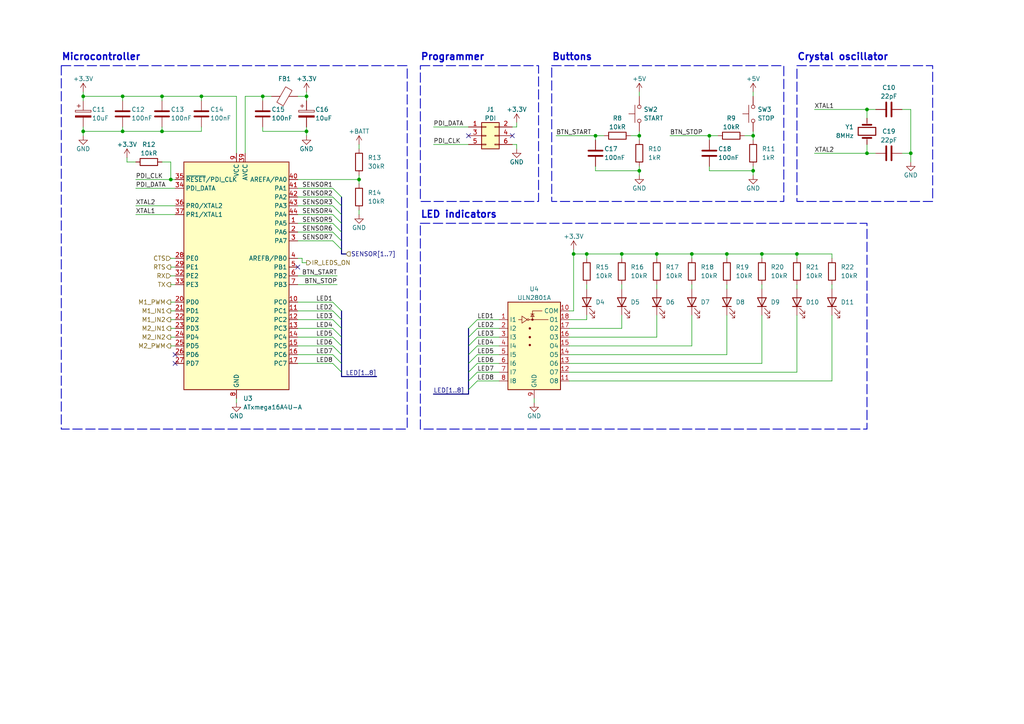
<source format=kicad_sch>
(kicad_sch (version 20230121) (generator eeschema)

  (uuid 4ceb22d3-4496-4fcf-8ef6-68097ed5f8f2)

  (paper "A4")

  (lib_symbols
    (symbol "Connector_Generic:Conn_02x03_Odd_Even" (pin_names (offset 1.016) hide) (in_bom yes) (on_board yes)
      (property "Reference" "J" (at 1.27 5.08 0)
        (effects (font (size 1.27 1.27)))
      )
      (property "Value" "Conn_02x03_Odd_Even" (at 1.27 -5.08 0)
        (effects (font (size 1.27 1.27)))
      )
      (property "Footprint" "" (at 0 0 0)
        (effects (font (size 1.27 1.27)) hide)
      )
      (property "Datasheet" "~" (at 0 0 0)
        (effects (font (size 1.27 1.27)) hide)
      )
      (property "ki_keywords" "connector" (at 0 0 0)
        (effects (font (size 1.27 1.27)) hide)
      )
      (property "ki_description" "Generic connector, double row, 02x03, odd/even pin numbering scheme (row 1 odd numbers, row 2 even numbers), script generated (kicad-library-utils/schlib/autogen/connector/)" (at 0 0 0)
        (effects (font (size 1.27 1.27)) hide)
      )
      (property "ki_fp_filters" "Connector*:*_2x??_*" (at 0 0 0)
        (effects (font (size 1.27 1.27)) hide)
      )
      (symbol "Conn_02x03_Odd_Even_1_1"
        (rectangle (start -1.27 -2.413) (end 0 -2.667)
          (stroke (width 0.1524) (type default))
          (fill (type none))
        )
        (rectangle (start -1.27 0.127) (end 0 -0.127)
          (stroke (width 0.1524) (type default))
          (fill (type none))
        )
        (rectangle (start -1.27 2.667) (end 0 2.413)
          (stroke (width 0.1524) (type default))
          (fill (type none))
        )
        (rectangle (start -1.27 3.81) (end 3.81 -3.81)
          (stroke (width 0.254) (type default))
          (fill (type background))
        )
        (rectangle (start 3.81 -2.413) (end 2.54 -2.667)
          (stroke (width 0.1524) (type default))
          (fill (type none))
        )
        (rectangle (start 3.81 0.127) (end 2.54 -0.127)
          (stroke (width 0.1524) (type default))
          (fill (type none))
        )
        (rectangle (start 3.81 2.667) (end 2.54 2.413)
          (stroke (width 0.1524) (type default))
          (fill (type none))
        )
        (pin passive line (at -5.08 2.54 0) (length 3.81)
          (name "Pin_1" (effects (font (size 1.27 1.27))))
          (number "1" (effects (font (size 1.27 1.27))))
        )
        (pin passive line (at 7.62 2.54 180) (length 3.81)
          (name "Pin_2" (effects (font (size 1.27 1.27))))
          (number "2" (effects (font (size 1.27 1.27))))
        )
        (pin passive line (at -5.08 0 0) (length 3.81)
          (name "Pin_3" (effects (font (size 1.27 1.27))))
          (number "3" (effects (font (size 1.27 1.27))))
        )
        (pin passive line (at 7.62 0 180) (length 3.81)
          (name "Pin_4" (effects (font (size 1.27 1.27))))
          (number "4" (effects (font (size 1.27 1.27))))
        )
        (pin passive line (at -5.08 -2.54 0) (length 3.81)
          (name "Pin_5" (effects (font (size 1.27 1.27))))
          (number "5" (effects (font (size 1.27 1.27))))
        )
        (pin passive line (at 7.62 -2.54 180) (length 3.81)
          (name "Pin_6" (effects (font (size 1.27 1.27))))
          (number "6" (effects (font (size 1.27 1.27))))
        )
      )
    )
    (symbol "Device:C" (pin_numbers hide) (pin_names (offset 0.254)) (in_bom yes) (on_board yes)
      (property "Reference" "C" (at 0.635 2.54 0)
        (effects (font (size 1.27 1.27)) (justify left))
      )
      (property "Value" "C" (at 0.635 -2.54 0)
        (effects (font (size 1.27 1.27)) (justify left))
      )
      (property "Footprint" "" (at 0.9652 -3.81 0)
        (effects (font (size 1.27 1.27)) hide)
      )
      (property "Datasheet" "~" (at 0 0 0)
        (effects (font (size 1.27 1.27)) hide)
      )
      (property "ki_keywords" "cap capacitor" (at 0 0 0)
        (effects (font (size 1.27 1.27)) hide)
      )
      (property "ki_description" "Unpolarized capacitor" (at 0 0 0)
        (effects (font (size 1.27 1.27)) hide)
      )
      (property "ki_fp_filters" "C_*" (at 0 0 0)
        (effects (font (size 1.27 1.27)) hide)
      )
      (symbol "C_0_1"
        (polyline
          (pts
            (xy -2.032 -0.762)
            (xy 2.032 -0.762)
          )
          (stroke (width 0.508) (type default))
          (fill (type none))
        )
        (polyline
          (pts
            (xy -2.032 0.762)
            (xy 2.032 0.762)
          )
          (stroke (width 0.508) (type default))
          (fill (type none))
        )
      )
      (symbol "C_1_1"
        (pin passive line (at 0 3.81 270) (length 2.794)
          (name "~" (effects (font (size 1.27 1.27))))
          (number "1" (effects (font (size 1.27 1.27))))
        )
        (pin passive line (at 0 -3.81 90) (length 2.794)
          (name "~" (effects (font (size 1.27 1.27))))
          (number "2" (effects (font (size 1.27 1.27))))
        )
      )
    )
    (symbol "Device:C_Polarized" (pin_numbers hide) (pin_names (offset 0.254)) (in_bom yes) (on_board yes)
      (property "Reference" "C" (at 0.635 2.54 0)
        (effects (font (size 1.27 1.27)) (justify left))
      )
      (property "Value" "C_Polarized" (at 0.635 -2.54 0)
        (effects (font (size 1.27 1.27)) (justify left))
      )
      (property "Footprint" "" (at 0.9652 -3.81 0)
        (effects (font (size 1.27 1.27)) hide)
      )
      (property "Datasheet" "~" (at 0 0 0)
        (effects (font (size 1.27 1.27)) hide)
      )
      (property "ki_keywords" "cap capacitor" (at 0 0 0)
        (effects (font (size 1.27 1.27)) hide)
      )
      (property "ki_description" "Polarized capacitor" (at 0 0 0)
        (effects (font (size 1.27 1.27)) hide)
      )
      (property "ki_fp_filters" "CP_*" (at 0 0 0)
        (effects (font (size 1.27 1.27)) hide)
      )
      (symbol "C_Polarized_0_1"
        (rectangle (start -2.286 0.508) (end 2.286 1.016)
          (stroke (width 0) (type default))
          (fill (type none))
        )
        (polyline
          (pts
            (xy -1.778 2.286)
            (xy -0.762 2.286)
          )
          (stroke (width 0) (type default))
          (fill (type none))
        )
        (polyline
          (pts
            (xy -1.27 2.794)
            (xy -1.27 1.778)
          )
          (stroke (width 0) (type default))
          (fill (type none))
        )
        (rectangle (start 2.286 -0.508) (end -2.286 -1.016)
          (stroke (width 0) (type default))
          (fill (type outline))
        )
      )
      (symbol "C_Polarized_1_1"
        (pin passive line (at 0 3.81 270) (length 2.794)
          (name "~" (effects (font (size 1.27 1.27))))
          (number "1" (effects (font (size 1.27 1.27))))
        )
        (pin passive line (at 0 -3.81 90) (length 2.794)
          (name "~" (effects (font (size 1.27 1.27))))
          (number "2" (effects (font (size 1.27 1.27))))
        )
      )
    )
    (symbol "Device:Crystal" (pin_numbers hide) (pin_names (offset 1.016) hide) (in_bom yes) (on_board yes)
      (property "Reference" "Y" (at 0 3.81 0)
        (effects (font (size 1.27 1.27)))
      )
      (property "Value" "Crystal" (at 0 -3.81 0)
        (effects (font (size 1.27 1.27)))
      )
      (property "Footprint" "" (at 0 0 0)
        (effects (font (size 1.27 1.27)) hide)
      )
      (property "Datasheet" "~" (at 0 0 0)
        (effects (font (size 1.27 1.27)) hide)
      )
      (property "ki_keywords" "quartz ceramic resonator oscillator" (at 0 0 0)
        (effects (font (size 1.27 1.27)) hide)
      )
      (property "ki_description" "Two pin crystal" (at 0 0 0)
        (effects (font (size 1.27 1.27)) hide)
      )
      (property "ki_fp_filters" "Crystal*" (at 0 0 0)
        (effects (font (size 1.27 1.27)) hide)
      )
      (symbol "Crystal_0_1"
        (rectangle (start -1.143 2.54) (end 1.143 -2.54)
          (stroke (width 0.3048) (type default))
          (fill (type none))
        )
        (polyline
          (pts
            (xy -2.54 0)
            (xy -1.905 0)
          )
          (stroke (width 0) (type default))
          (fill (type none))
        )
        (polyline
          (pts
            (xy -1.905 -1.27)
            (xy -1.905 1.27)
          )
          (stroke (width 0.508) (type default))
          (fill (type none))
        )
        (polyline
          (pts
            (xy 1.905 -1.27)
            (xy 1.905 1.27)
          )
          (stroke (width 0.508) (type default))
          (fill (type none))
        )
        (polyline
          (pts
            (xy 2.54 0)
            (xy 1.905 0)
          )
          (stroke (width 0) (type default))
          (fill (type none))
        )
      )
      (symbol "Crystal_1_1"
        (pin passive line (at -3.81 0 0) (length 1.27)
          (name "1" (effects (font (size 1.27 1.27))))
          (number "1" (effects (font (size 1.27 1.27))))
        )
        (pin passive line (at 3.81 0 180) (length 1.27)
          (name "2" (effects (font (size 1.27 1.27))))
          (number "2" (effects (font (size 1.27 1.27))))
        )
      )
    )
    (symbol "Device:FerriteBead" (pin_numbers hide) (pin_names (offset 0)) (in_bom yes) (on_board yes)
      (property "Reference" "FB" (at -3.81 0.635 90)
        (effects (font (size 1.27 1.27)))
      )
      (property "Value" "FerriteBead" (at 3.81 0 90)
        (effects (font (size 1.27 1.27)))
      )
      (property "Footprint" "" (at -1.778 0 90)
        (effects (font (size 1.27 1.27)) hide)
      )
      (property "Datasheet" "~" (at 0 0 0)
        (effects (font (size 1.27 1.27)) hide)
      )
      (property "ki_keywords" "L ferrite bead inductor filter" (at 0 0 0)
        (effects (font (size 1.27 1.27)) hide)
      )
      (property "ki_description" "Ferrite bead" (at 0 0 0)
        (effects (font (size 1.27 1.27)) hide)
      )
      (property "ki_fp_filters" "Inductor_* L_* *Ferrite*" (at 0 0 0)
        (effects (font (size 1.27 1.27)) hide)
      )
      (symbol "FerriteBead_0_1"
        (polyline
          (pts
            (xy 0 -1.27)
            (xy 0 -1.2192)
          )
          (stroke (width 0) (type default))
          (fill (type none))
        )
        (polyline
          (pts
            (xy 0 1.27)
            (xy 0 1.2954)
          )
          (stroke (width 0) (type default))
          (fill (type none))
        )
        (polyline
          (pts
            (xy -2.7686 0.4064)
            (xy -1.7018 2.2606)
            (xy 2.7686 -0.3048)
            (xy 1.6764 -2.159)
            (xy -2.7686 0.4064)
          )
          (stroke (width 0) (type default))
          (fill (type none))
        )
      )
      (symbol "FerriteBead_1_1"
        (pin passive line (at 0 3.81 270) (length 2.54)
          (name "~" (effects (font (size 1.27 1.27))))
          (number "1" (effects (font (size 1.27 1.27))))
        )
        (pin passive line (at 0 -3.81 90) (length 2.54)
          (name "~" (effects (font (size 1.27 1.27))))
          (number "2" (effects (font (size 1.27 1.27))))
        )
      )
    )
    (symbol "Device:LED" (pin_numbers hide) (pin_names (offset 1.016) hide) (in_bom yes) (on_board yes)
      (property "Reference" "D" (at 0 2.54 0)
        (effects (font (size 1.27 1.27)))
      )
      (property "Value" "LED" (at 0 -2.54 0)
        (effects (font (size 1.27 1.27)))
      )
      (property "Footprint" "" (at 0 0 0)
        (effects (font (size 1.27 1.27)) hide)
      )
      (property "Datasheet" "~" (at 0 0 0)
        (effects (font (size 1.27 1.27)) hide)
      )
      (property "ki_keywords" "LED diode" (at 0 0 0)
        (effects (font (size 1.27 1.27)) hide)
      )
      (property "ki_description" "Light emitting diode" (at 0 0 0)
        (effects (font (size 1.27 1.27)) hide)
      )
      (property "ki_fp_filters" "LED* LED_SMD:* LED_THT:*" (at 0 0 0)
        (effects (font (size 1.27 1.27)) hide)
      )
      (symbol "LED_0_1"
        (polyline
          (pts
            (xy -1.27 -1.27)
            (xy -1.27 1.27)
          )
          (stroke (width 0.254) (type default))
          (fill (type none))
        )
        (polyline
          (pts
            (xy -1.27 0)
            (xy 1.27 0)
          )
          (stroke (width 0) (type default))
          (fill (type none))
        )
        (polyline
          (pts
            (xy 1.27 -1.27)
            (xy 1.27 1.27)
            (xy -1.27 0)
            (xy 1.27 -1.27)
          )
          (stroke (width 0.254) (type default))
          (fill (type none))
        )
        (polyline
          (pts
            (xy -3.048 -0.762)
            (xy -4.572 -2.286)
            (xy -3.81 -2.286)
            (xy -4.572 -2.286)
            (xy -4.572 -1.524)
          )
          (stroke (width 0) (type default))
          (fill (type none))
        )
        (polyline
          (pts
            (xy -1.778 -0.762)
            (xy -3.302 -2.286)
            (xy -2.54 -2.286)
            (xy -3.302 -2.286)
            (xy -3.302 -1.524)
          )
          (stroke (width 0) (type default))
          (fill (type none))
        )
      )
      (symbol "LED_1_1"
        (pin passive line (at -3.81 0 0) (length 2.54)
          (name "K" (effects (font (size 1.27 1.27))))
          (number "1" (effects (font (size 1.27 1.27))))
        )
        (pin passive line (at 3.81 0 180) (length 2.54)
          (name "A" (effects (font (size 1.27 1.27))))
          (number "2" (effects (font (size 1.27 1.27))))
        )
      )
    )
    (symbol "Device:R" (pin_numbers hide) (pin_names (offset 0)) (in_bom yes) (on_board yes)
      (property "Reference" "R" (at 2.032 0 90)
        (effects (font (size 1.27 1.27)))
      )
      (property "Value" "R" (at 0 0 90)
        (effects (font (size 1.27 1.27)))
      )
      (property "Footprint" "" (at -1.778 0 90)
        (effects (font (size 1.27 1.27)) hide)
      )
      (property "Datasheet" "~" (at 0 0 0)
        (effects (font (size 1.27 1.27)) hide)
      )
      (property "ki_keywords" "R res resistor" (at 0 0 0)
        (effects (font (size 1.27 1.27)) hide)
      )
      (property "ki_description" "Resistor" (at 0 0 0)
        (effects (font (size 1.27 1.27)) hide)
      )
      (property "ki_fp_filters" "R_*" (at 0 0 0)
        (effects (font (size 1.27 1.27)) hide)
      )
      (symbol "R_0_1"
        (rectangle (start -1.016 -2.54) (end 1.016 2.54)
          (stroke (width 0.254) (type default))
          (fill (type none))
        )
      )
      (symbol "R_1_1"
        (pin passive line (at 0 3.81 270) (length 1.27)
          (name "~" (effects (font (size 1.27 1.27))))
          (number "1" (effects (font (size 1.27 1.27))))
        )
        (pin passive line (at 0 -3.81 90) (length 1.27)
          (name "~" (effects (font (size 1.27 1.27))))
          (number "2" (effects (font (size 1.27 1.27))))
        )
      )
    )
    (symbol "MCU_Microchip_ATmega:ATxmega16A4U-A" (in_bom yes) (on_board yes)
      (property "Reference" "U" (at -15.24 34.29 0)
        (effects (font (size 1.27 1.27)) (justify left bottom))
      )
      (property "Value" "ATxmega16A4U-A" (at 2.54 -34.29 0)
        (effects (font (size 1.27 1.27)) (justify left top))
      )
      (property "Footprint" "Package_QFP:TQFP-44_10x10mm_P0.8mm" (at 0 0 0)
        (effects (font (size 1.27 1.27) italic) hide)
      )
      (property "Datasheet" "http://ww1.microchip.com/downloads/en/DeviceDoc/Atmel-8387-8-and16-bit-AVR-Microcontroller-XMEGA-A4U_Datasheet.pdf" (at 0 0 0)
        (effects (font (size 1.27 1.27)) hide)
      )
      (property "ki_keywords" "AVR 8/16bit Microcontroller XMegaAVR" (at 0 0 0)
        (effects (font (size 1.27 1.27)) hide)
      )
      (property "ki_description" "32MHz, 16kB Flash, 4kB Boot, 2kB SRAM, 1kB EEPROM, JTAG, USB, TQFP-44" (at 0 0 0)
        (effects (font (size 1.27 1.27)) hide)
      )
      (property "ki_fp_filters" "TQFP*10x10mm*P0.8mm*" (at 0 0 0)
        (effects (font (size 1.27 1.27)) hide)
      )
      (symbol "ATxmega16A4U-A_0_1"
        (rectangle (start -15.24 -33.02) (end 15.24 33.02)
          (stroke (width 0.254) (type default))
          (fill (type background))
        )
      )
      (symbol "ATxmega16A4U-A_1_1"
        (pin bidirectional line (at 17.78 15.24 180) (length 2.54)
          (name "PA5" (effects (font (size 1.27 1.27))))
          (number "1" (effects (font (size 1.27 1.27))))
        )
        (pin bidirectional line (at 17.78 -7.62 180) (length 2.54)
          (name "PC0" (effects (font (size 1.27 1.27))))
          (number "10" (effects (font (size 1.27 1.27))))
        )
        (pin bidirectional line (at 17.78 -10.16 180) (length 2.54)
          (name "PC1" (effects (font (size 1.27 1.27))))
          (number "11" (effects (font (size 1.27 1.27))))
        )
        (pin bidirectional line (at 17.78 -12.7 180) (length 2.54)
          (name "PC2" (effects (font (size 1.27 1.27))))
          (number "12" (effects (font (size 1.27 1.27))))
        )
        (pin bidirectional line (at 17.78 -15.24 180) (length 2.54)
          (name "PC3" (effects (font (size 1.27 1.27))))
          (number "13" (effects (font (size 1.27 1.27))))
        )
        (pin bidirectional line (at 17.78 -17.78 180) (length 2.54)
          (name "PC4" (effects (font (size 1.27 1.27))))
          (number "14" (effects (font (size 1.27 1.27))))
        )
        (pin bidirectional line (at 17.78 -20.32 180) (length 2.54)
          (name "PC5" (effects (font (size 1.27 1.27))))
          (number "15" (effects (font (size 1.27 1.27))))
        )
        (pin bidirectional line (at 17.78 -22.86 180) (length 2.54)
          (name "PC6" (effects (font (size 1.27 1.27))))
          (number "16" (effects (font (size 1.27 1.27))))
        )
        (pin bidirectional line (at 17.78 -25.4 180) (length 2.54)
          (name "PC7" (effects (font (size 1.27 1.27))))
          (number "17" (effects (font (size 1.27 1.27))))
        )
        (pin passive line (at 0 -35.56 90) (length 2.54) hide
          (name "GND" (effects (font (size 1.27 1.27))))
          (number "18" (effects (font (size 1.27 1.27))))
        )
        (pin passive line (at 0 35.56 270) (length 2.54) hide
          (name "VCC" (effects (font (size 1.27 1.27))))
          (number "19" (effects (font (size 1.27 1.27))))
        )
        (pin bidirectional line (at 17.78 12.7 180) (length 2.54)
          (name "PA6" (effects (font (size 1.27 1.27))))
          (number "2" (effects (font (size 1.27 1.27))))
        )
        (pin bidirectional line (at -17.78 -7.62 0) (length 2.54)
          (name "PD0" (effects (font (size 1.27 1.27))))
          (number "20" (effects (font (size 1.27 1.27))))
        )
        (pin bidirectional line (at -17.78 -10.16 0) (length 2.54)
          (name "PD1" (effects (font (size 1.27 1.27))))
          (number "21" (effects (font (size 1.27 1.27))))
        )
        (pin bidirectional line (at -17.78 -12.7 0) (length 2.54)
          (name "PD2" (effects (font (size 1.27 1.27))))
          (number "22" (effects (font (size 1.27 1.27))))
        )
        (pin bidirectional line (at -17.78 -15.24 0) (length 2.54)
          (name "PD3" (effects (font (size 1.27 1.27))))
          (number "23" (effects (font (size 1.27 1.27))))
        )
        (pin bidirectional line (at -17.78 -17.78 0) (length 2.54)
          (name "PD4" (effects (font (size 1.27 1.27))))
          (number "24" (effects (font (size 1.27 1.27))))
        )
        (pin bidirectional line (at -17.78 -20.32 0) (length 2.54)
          (name "PD5" (effects (font (size 1.27 1.27))))
          (number "25" (effects (font (size 1.27 1.27))))
        )
        (pin bidirectional line (at -17.78 -22.86 0) (length 2.54)
          (name "PD6" (effects (font (size 1.27 1.27))))
          (number "26" (effects (font (size 1.27 1.27))))
        )
        (pin bidirectional line (at -17.78 -25.4 0) (length 2.54)
          (name "PD7" (effects (font (size 1.27 1.27))))
          (number "27" (effects (font (size 1.27 1.27))))
        )
        (pin bidirectional line (at -17.78 5.08 0) (length 2.54)
          (name "PE0" (effects (font (size 1.27 1.27))))
          (number "28" (effects (font (size 1.27 1.27))))
        )
        (pin bidirectional line (at -17.78 2.54 0) (length 2.54)
          (name "PE1" (effects (font (size 1.27 1.27))))
          (number "29" (effects (font (size 1.27 1.27))))
        )
        (pin bidirectional line (at 17.78 10.16 180) (length 2.54)
          (name "PA7" (effects (font (size 1.27 1.27))))
          (number "3" (effects (font (size 1.27 1.27))))
        )
        (pin passive line (at 0 -35.56 90) (length 2.54) hide
          (name "GND" (effects (font (size 1.27 1.27))))
          (number "30" (effects (font (size 1.27 1.27))))
        )
        (pin passive line (at 0 35.56 270) (length 2.54) hide
          (name "VCC" (effects (font (size 1.27 1.27))))
          (number "31" (effects (font (size 1.27 1.27))))
        )
        (pin bidirectional line (at -17.78 0 0) (length 2.54)
          (name "PE2" (effects (font (size 1.27 1.27))))
          (number "32" (effects (font (size 1.27 1.27))))
        )
        (pin bidirectional line (at -17.78 -2.54 0) (length 2.54)
          (name "PE3" (effects (font (size 1.27 1.27))))
          (number "33" (effects (font (size 1.27 1.27))))
        )
        (pin bidirectional line (at -17.78 25.4 0) (length 2.54)
          (name "PDI_DATA" (effects (font (size 1.27 1.27))))
          (number "34" (effects (font (size 1.27 1.27))))
        )
        (pin input line (at -17.78 27.94 0) (length 2.54)
          (name "~{RESET}/PDI_CLK" (effects (font (size 1.27 1.27))))
          (number "35" (effects (font (size 1.27 1.27))))
        )
        (pin bidirectional line (at -17.78 20.32 0) (length 2.54)
          (name "PR0/XTAL2" (effects (font (size 1.27 1.27))))
          (number "36" (effects (font (size 1.27 1.27))))
        )
        (pin bidirectional line (at -17.78 17.78 0) (length 2.54)
          (name "PR1/XTAL1" (effects (font (size 1.27 1.27))))
          (number "37" (effects (font (size 1.27 1.27))))
        )
        (pin passive line (at 0 -35.56 90) (length 2.54) hide
          (name "GND" (effects (font (size 1.27 1.27))))
          (number "38" (effects (font (size 1.27 1.27))))
        )
        (pin power_in line (at 2.54 35.56 270) (length 2.54)
          (name "AVCC" (effects (font (size 1.27 1.27))))
          (number "39" (effects (font (size 1.27 1.27))))
        )
        (pin bidirectional line (at 17.78 5.08 180) (length 2.54)
          (name "AREFB/PB0" (effects (font (size 1.27 1.27))))
          (number "4" (effects (font (size 1.27 1.27))))
        )
        (pin bidirectional line (at 17.78 27.94 180) (length 2.54)
          (name "AREFA/PA0" (effects (font (size 1.27 1.27))))
          (number "40" (effects (font (size 1.27 1.27))))
        )
        (pin bidirectional line (at 17.78 25.4 180) (length 2.54)
          (name "PA1" (effects (font (size 1.27 1.27))))
          (number "41" (effects (font (size 1.27 1.27))))
        )
        (pin bidirectional line (at 17.78 22.86 180) (length 2.54)
          (name "PA2" (effects (font (size 1.27 1.27))))
          (number "42" (effects (font (size 1.27 1.27))))
        )
        (pin bidirectional line (at 17.78 20.32 180) (length 2.54)
          (name "PA3" (effects (font (size 1.27 1.27))))
          (number "43" (effects (font (size 1.27 1.27))))
        )
        (pin bidirectional line (at 17.78 17.78 180) (length 2.54)
          (name "PA4" (effects (font (size 1.27 1.27))))
          (number "44" (effects (font (size 1.27 1.27))))
        )
        (pin bidirectional line (at 17.78 2.54 180) (length 2.54)
          (name "PB1" (effects (font (size 1.27 1.27))))
          (number "5" (effects (font (size 1.27 1.27))))
        )
        (pin bidirectional line (at 17.78 0 180) (length 2.54)
          (name "PB2" (effects (font (size 1.27 1.27))))
          (number "6" (effects (font (size 1.27 1.27))))
        )
        (pin bidirectional line (at 17.78 -2.54 180) (length 2.54)
          (name "PB3" (effects (font (size 1.27 1.27))))
          (number "7" (effects (font (size 1.27 1.27))))
        )
        (pin power_in line (at 0 -35.56 90) (length 2.54)
          (name "GND" (effects (font (size 1.27 1.27))))
          (number "8" (effects (font (size 1.27 1.27))))
        )
        (pin power_in line (at 0 35.56 270) (length 2.54)
          (name "VCC" (effects (font (size 1.27 1.27))))
          (number "9" (effects (font (size 1.27 1.27))))
        )
      )
    )
    (symbol "Switch:SW_Push" (pin_numbers hide) (pin_names (offset 1.016) hide) (in_bom yes) (on_board yes)
      (property "Reference" "SW" (at 1.27 2.54 0)
        (effects (font (size 1.27 1.27)) (justify left))
      )
      (property "Value" "SW_Push" (at 0 -1.524 0)
        (effects (font (size 1.27 1.27)))
      )
      (property "Footprint" "" (at 0 5.08 0)
        (effects (font (size 1.27 1.27)) hide)
      )
      (property "Datasheet" "~" (at 0 5.08 0)
        (effects (font (size 1.27 1.27)) hide)
      )
      (property "ki_keywords" "switch normally-open pushbutton push-button" (at 0 0 0)
        (effects (font (size 1.27 1.27)) hide)
      )
      (property "ki_description" "Push button switch, generic, two pins" (at 0 0 0)
        (effects (font (size 1.27 1.27)) hide)
      )
      (symbol "SW_Push_0_1"
        (circle (center -2.032 0) (radius 0.508)
          (stroke (width 0) (type default))
          (fill (type none))
        )
        (polyline
          (pts
            (xy 0 1.27)
            (xy 0 3.048)
          )
          (stroke (width 0) (type default))
          (fill (type none))
        )
        (polyline
          (pts
            (xy 2.54 1.27)
            (xy -2.54 1.27)
          )
          (stroke (width 0) (type default))
          (fill (type none))
        )
        (circle (center 2.032 0) (radius 0.508)
          (stroke (width 0) (type default))
          (fill (type none))
        )
        (pin passive line (at -5.08 0 0) (length 2.54)
          (name "1" (effects (font (size 1.27 1.27))))
          (number "1" (effects (font (size 1.27 1.27))))
        )
        (pin passive line (at 5.08 0 180) (length 2.54)
          (name "2" (effects (font (size 1.27 1.27))))
          (number "2" (effects (font (size 1.27 1.27))))
        )
      )
    )
    (symbol "Transistor_Array:ULN2801A" (in_bom yes) (on_board yes)
      (property "Reference" "U" (at 0 13.335 0)
        (effects (font (size 1.27 1.27)))
      )
      (property "Value" "ULN2801A" (at 0 11.43 0)
        (effects (font (size 1.27 1.27)))
      )
      (property "Footprint" "" (at 1.27 -16.51 0)
        (effects (font (size 1.27 1.27)) (justify left) hide)
      )
      (property "Datasheet" "http://www.promelec.ru/pdf/1536.pdf" (at 2.54 -5.08 0)
        (effects (font (size 1.27 1.27)) hide)
      )
      (property "ki_keywords" "darlington transistor array" (at 0 0 0)
        (effects (font (size 1.27 1.27)) hide)
      )
      (property "ki_description" "Darlington Transistor Arrays, SOIC18/DIP18" (at 0 0 0)
        (effects (font (size 1.27 1.27)) hide)
      )
      (property "ki_fp_filters" "DIP*W7.62mm* SOIC*7.5x11.6mm*P1.27mm*" (at 0 0 0)
        (effects (font (size 1.27 1.27)) hide)
      )
      (symbol "ULN2801A_0_1"
        (rectangle (start -7.62 -15.24) (end 7.62 10.16)
          (stroke (width 0.254) (type default))
          (fill (type background))
        )
        (circle (center -1.778 5.08) (radius 0.254)
          (stroke (width 0) (type default))
          (fill (type none))
        )
        (circle (center -1.27 -2.286) (radius 0.254)
          (stroke (width 0) (type default))
          (fill (type outline))
        )
        (circle (center -1.27 0) (radius 0.254)
          (stroke (width 0) (type default))
          (fill (type outline))
        )
        (circle (center -1.27 2.54) (radius 0.254)
          (stroke (width 0) (type default))
          (fill (type outline))
        )
        (circle (center -0.508 5.08) (radius 0.254)
          (stroke (width 0) (type default))
          (fill (type outline))
        )
        (polyline
          (pts
            (xy -4.572 5.08)
            (xy -3.556 5.08)
          )
          (stroke (width 0) (type default))
          (fill (type none))
        )
        (polyline
          (pts
            (xy -1.524 5.08)
            (xy 4.064 5.08)
          )
          (stroke (width 0) (type default))
          (fill (type none))
        )
        (polyline
          (pts
            (xy 0 6.731)
            (xy -1.016 6.731)
          )
          (stroke (width 0) (type default))
          (fill (type none))
        )
        (polyline
          (pts
            (xy -0.508 5.08)
            (xy -0.508 7.62)
            (xy 2.286 7.62)
          )
          (stroke (width 0) (type default))
          (fill (type none))
        )
        (polyline
          (pts
            (xy -3.556 6.096)
            (xy -3.556 4.064)
            (xy -2.032 5.08)
            (xy -3.556 6.096)
          )
          (stroke (width 0) (type default))
          (fill (type none))
        )
        (polyline
          (pts
            (xy 0 5.969)
            (xy -1.016 5.969)
            (xy -0.508 6.731)
            (xy 0 5.969)
          )
          (stroke (width 0) (type default))
          (fill (type none))
        )
      )
      (symbol "ULN2801A_1_1"
        (pin input line (at -10.16 5.08 0) (length 2.54)
          (name "I1" (effects (font (size 1.27 1.27))))
          (number "1" (effects (font (size 1.27 1.27))))
        )
        (pin passive line (at 10.16 7.62 180) (length 2.54)
          (name "COM" (effects (font (size 1.27 1.27))))
          (number "10" (effects (font (size 1.27 1.27))))
        )
        (pin open_collector line (at 10.16 -12.7 180) (length 2.54)
          (name "O8" (effects (font (size 1.27 1.27))))
          (number "11" (effects (font (size 1.27 1.27))))
        )
        (pin open_collector line (at 10.16 -10.16 180) (length 2.54)
          (name "O7" (effects (font (size 1.27 1.27))))
          (number "12" (effects (font (size 1.27 1.27))))
        )
        (pin open_collector line (at 10.16 -7.62 180) (length 2.54)
          (name "O6" (effects (font (size 1.27 1.27))))
          (number "13" (effects (font (size 1.27 1.27))))
        )
        (pin open_collector line (at 10.16 -5.08 180) (length 2.54)
          (name "O5" (effects (font (size 1.27 1.27))))
          (number "14" (effects (font (size 1.27 1.27))))
        )
        (pin open_collector line (at 10.16 -2.54 180) (length 2.54)
          (name "O4" (effects (font (size 1.27 1.27))))
          (number "15" (effects (font (size 1.27 1.27))))
        )
        (pin open_collector line (at 10.16 0 180) (length 2.54)
          (name "O3" (effects (font (size 1.27 1.27))))
          (number "16" (effects (font (size 1.27 1.27))))
        )
        (pin open_collector line (at 10.16 2.54 180) (length 2.54)
          (name "O2" (effects (font (size 1.27 1.27))))
          (number "17" (effects (font (size 1.27 1.27))))
        )
        (pin open_collector line (at 10.16 5.08 180) (length 2.54)
          (name "O1" (effects (font (size 1.27 1.27))))
          (number "18" (effects (font (size 1.27 1.27))))
        )
        (pin input line (at -10.16 2.54 0) (length 2.54)
          (name "I2" (effects (font (size 1.27 1.27))))
          (number "2" (effects (font (size 1.27 1.27))))
        )
        (pin input line (at -10.16 0 0) (length 2.54)
          (name "I3" (effects (font (size 1.27 1.27))))
          (number "3" (effects (font (size 1.27 1.27))))
        )
        (pin input line (at -10.16 -2.54 0) (length 2.54)
          (name "I4" (effects (font (size 1.27 1.27))))
          (number "4" (effects (font (size 1.27 1.27))))
        )
        (pin input line (at -10.16 -5.08 0) (length 2.54)
          (name "I5" (effects (font (size 1.27 1.27))))
          (number "5" (effects (font (size 1.27 1.27))))
        )
        (pin input line (at -10.16 -7.62 0) (length 2.54)
          (name "I6" (effects (font (size 1.27 1.27))))
          (number "6" (effects (font (size 1.27 1.27))))
        )
        (pin input line (at -10.16 -10.16 0) (length 2.54)
          (name "I7" (effects (font (size 1.27 1.27))))
          (number "7" (effects (font (size 1.27 1.27))))
        )
        (pin input line (at -10.16 -12.7 0) (length 2.54)
          (name "I8" (effects (font (size 1.27 1.27))))
          (number "8" (effects (font (size 1.27 1.27))))
        )
        (pin power_in line (at 0 -17.78 90) (length 2.54)
          (name "GND" (effects (font (size 1.27 1.27))))
          (number "9" (effects (font (size 1.27 1.27))))
        )
      )
    )
    (symbol "power:+3.3V" (power) (pin_names (offset 0)) (in_bom yes) (on_board yes)
      (property "Reference" "#PWR" (at 0 -3.81 0)
        (effects (font (size 1.27 1.27)) hide)
      )
      (property "Value" "+3.3V" (at 0 3.556 0)
        (effects (font (size 1.27 1.27)))
      )
      (property "Footprint" "" (at 0 0 0)
        (effects (font (size 1.27 1.27)) hide)
      )
      (property "Datasheet" "" (at 0 0 0)
        (effects (font (size 1.27 1.27)) hide)
      )
      (property "ki_keywords" "global power" (at 0 0 0)
        (effects (font (size 1.27 1.27)) hide)
      )
      (property "ki_description" "Power symbol creates a global label with name \"+3.3V\"" (at 0 0 0)
        (effects (font (size 1.27 1.27)) hide)
      )
      (symbol "+3.3V_0_1"
        (polyline
          (pts
            (xy -0.762 1.27)
            (xy 0 2.54)
          )
          (stroke (width 0) (type default))
          (fill (type none))
        )
        (polyline
          (pts
            (xy 0 0)
            (xy 0 2.54)
          )
          (stroke (width 0) (type default))
          (fill (type none))
        )
        (polyline
          (pts
            (xy 0 2.54)
            (xy 0.762 1.27)
          )
          (stroke (width 0) (type default))
          (fill (type none))
        )
      )
      (symbol "+3.3V_1_1"
        (pin power_in line (at 0 0 90) (length 0) hide
          (name "+3.3V" (effects (font (size 1.27 1.27))))
          (number "1" (effects (font (size 1.27 1.27))))
        )
      )
    )
    (symbol "power:+5V" (power) (pin_names (offset 0)) (in_bom yes) (on_board yes)
      (property "Reference" "#PWR" (at 0 -3.81 0)
        (effects (font (size 1.27 1.27)) hide)
      )
      (property "Value" "+5V" (at 0 3.556 0)
        (effects (font (size 1.27 1.27)))
      )
      (property "Footprint" "" (at 0 0 0)
        (effects (font (size 1.27 1.27)) hide)
      )
      (property "Datasheet" "" (at 0 0 0)
        (effects (font (size 1.27 1.27)) hide)
      )
      (property "ki_keywords" "global power" (at 0 0 0)
        (effects (font (size 1.27 1.27)) hide)
      )
      (property "ki_description" "Power symbol creates a global label with name \"+5V\"" (at 0 0 0)
        (effects (font (size 1.27 1.27)) hide)
      )
      (symbol "+5V_0_1"
        (polyline
          (pts
            (xy -0.762 1.27)
            (xy 0 2.54)
          )
          (stroke (width 0) (type default))
          (fill (type none))
        )
        (polyline
          (pts
            (xy 0 0)
            (xy 0 2.54)
          )
          (stroke (width 0) (type default))
          (fill (type none))
        )
        (polyline
          (pts
            (xy 0 2.54)
            (xy 0.762 1.27)
          )
          (stroke (width 0) (type default))
          (fill (type none))
        )
      )
      (symbol "+5V_1_1"
        (pin power_in line (at 0 0 90) (length 0) hide
          (name "+5V" (effects (font (size 1.27 1.27))))
          (number "1" (effects (font (size 1.27 1.27))))
        )
      )
    )
    (symbol "power:+BATT" (power) (pin_names (offset 0)) (in_bom yes) (on_board yes)
      (property "Reference" "#PWR" (at 0 -3.81 0)
        (effects (font (size 1.27 1.27)) hide)
      )
      (property "Value" "+BATT" (at 0 3.556 0)
        (effects (font (size 1.27 1.27)))
      )
      (property "Footprint" "" (at 0 0 0)
        (effects (font (size 1.27 1.27)) hide)
      )
      (property "Datasheet" "" (at 0 0 0)
        (effects (font (size 1.27 1.27)) hide)
      )
      (property "ki_keywords" "global power battery" (at 0 0 0)
        (effects (font (size 1.27 1.27)) hide)
      )
      (property "ki_description" "Power symbol creates a global label with name \"+BATT\"" (at 0 0 0)
        (effects (font (size 1.27 1.27)) hide)
      )
      (symbol "+BATT_0_1"
        (polyline
          (pts
            (xy -0.762 1.27)
            (xy 0 2.54)
          )
          (stroke (width 0) (type default))
          (fill (type none))
        )
        (polyline
          (pts
            (xy 0 0)
            (xy 0 2.54)
          )
          (stroke (width 0) (type default))
          (fill (type none))
        )
        (polyline
          (pts
            (xy 0 2.54)
            (xy 0.762 1.27)
          )
          (stroke (width 0) (type default))
          (fill (type none))
        )
      )
      (symbol "+BATT_1_1"
        (pin power_in line (at 0 0 90) (length 0) hide
          (name "+BATT" (effects (font (size 1.27 1.27))))
          (number "1" (effects (font (size 1.27 1.27))))
        )
      )
    )
    (symbol "power:GND" (power) (pin_names (offset 0)) (in_bom yes) (on_board yes)
      (property "Reference" "#PWR" (at 0 -6.35 0)
        (effects (font (size 1.27 1.27)) hide)
      )
      (property "Value" "GND" (at 0 -3.81 0)
        (effects (font (size 1.27 1.27)))
      )
      (property "Footprint" "" (at 0 0 0)
        (effects (font (size 1.27 1.27)) hide)
      )
      (property "Datasheet" "" (at 0 0 0)
        (effects (font (size 1.27 1.27)) hide)
      )
      (property "ki_keywords" "global power" (at 0 0 0)
        (effects (font (size 1.27 1.27)) hide)
      )
      (property "ki_description" "Power symbol creates a global label with name \"GND\" , ground" (at 0 0 0)
        (effects (font (size 1.27 1.27)) hide)
      )
      (symbol "GND_0_1"
        (polyline
          (pts
            (xy 0 0)
            (xy 0 -1.27)
            (xy 1.27 -1.27)
            (xy 0 -2.54)
            (xy -1.27 -1.27)
            (xy 0 -1.27)
          )
          (stroke (width 0) (type default))
          (fill (type none))
        )
      )
      (symbol "GND_1_1"
        (pin power_in line (at 0 0 270) (length 0) hide
          (name "GND" (effects (font (size 1.27 1.27))))
          (number "1" (effects (font (size 1.27 1.27))))
        )
      )
    )
  )

  (junction (at 251.46 44.45) (diameter 0) (color 0 0 0 0)
    (uuid 0dd5bd19-8ea5-49ce-b668-1e0ce332b100)
  )
  (junction (at 49.53 52.07) (diameter 0) (color 0 0 0 0)
    (uuid 1b33a357-b35f-43ae-b3ea-c931aa22d4d4)
  )
  (junction (at 46.99 27.94) (diameter 0) (color 0 0 0 0)
    (uuid 1e9f5f42-d743-49f1-88a5-19c1f8ede2d3)
  )
  (junction (at 205.74 39.37) (diameter 0) (color 0 0 0 0)
    (uuid 249ca5b7-43d9-4eff-aa29-ea969b99716e)
  )
  (junction (at 172.72 39.37) (diameter 0) (color 0 0 0 0)
    (uuid 24cd864e-5aee-4e90-802c-1b78bcc3a2df)
  )
  (junction (at 88.9 38.1) (diameter 0) (color 0 0 0 0)
    (uuid 25947e9e-634c-4d4c-a046-0dcf655e7680)
  )
  (junction (at 180.34 73.66) (diameter 0) (color 0 0 0 0)
    (uuid 26c93b64-bca9-4d89-81f5-9e9a88b89b79)
  )
  (junction (at 210.82 73.66) (diameter 0) (color 0 0 0 0)
    (uuid 2d861da9-2f11-4ae6-b113-20a3735cc61c)
  )
  (junction (at 35.56 38.1) (diameter 0) (color 0 0 0 0)
    (uuid 39f07fa5-a152-458a-a33c-9ccc8aca621e)
  )
  (junction (at 190.5 73.66) (diameter 0) (color 0 0 0 0)
    (uuid 4a466f17-363e-4e65-bb9f-90bd56784ea2)
  )
  (junction (at 76.2 27.94) (diameter 0) (color 0 0 0 0)
    (uuid 67cb3e92-11d4-4bd5-8d1d-f9360badc35d)
  )
  (junction (at 251.46 31.75) (diameter 0) (color 0 0 0 0)
    (uuid 6ad19e6d-00fb-4882-8865-c71ebb187e9c)
  )
  (junction (at 185.42 39.37) (diameter 0) (color 0 0 0 0)
    (uuid 8d365c60-6838-43c0-9b45-3e2a6537ed55)
  )
  (junction (at 58.42 27.94) (diameter 0) (color 0 0 0 0)
    (uuid 90a83888-04d6-40b7-adab-647cbb040373)
  )
  (junction (at 88.9 27.94) (diameter 0) (color 0 0 0 0)
    (uuid 95a86030-fd6a-4f20-917b-eae9908fb74e)
  )
  (junction (at 35.56 27.94) (diameter 0) (color 0 0 0 0)
    (uuid 96c68709-bcd7-4fab-996f-6e25baae0307)
  )
  (junction (at 218.44 39.37) (diameter 0) (color 0 0 0 0)
    (uuid 9e295fb0-accb-4c16-9f7d-1c3a5424c6b5)
  )
  (junction (at 46.99 38.1) (diameter 0) (color 0 0 0 0)
    (uuid b7219d0f-bb59-4747-893a-22bd6f7d5ea4)
  )
  (junction (at 264.16 44.45) (diameter 0) (color 0 0 0 0)
    (uuid bc8b6e6d-629b-49ea-9821-767d6d824157)
  )
  (junction (at 218.44 49.53) (diameter 0) (color 0 0 0 0)
    (uuid bf2893d8-f68d-4e4e-a345-07ac772ea831)
  )
  (junction (at 24.13 27.94) (diameter 0) (color 0 0 0 0)
    (uuid c0c828a2-12ae-431d-813e-6be6a3825e69)
  )
  (junction (at 220.98 73.66) (diameter 0) (color 0 0 0 0)
    (uuid c7947ac6-c961-4a51-8da3-a10830ade5a3)
  )
  (junction (at 231.14 73.66) (diameter 0) (color 0 0 0 0)
    (uuid e017c6be-4a30-435b-b9a1-f03376587872)
  )
  (junction (at 185.42 49.53) (diameter 0) (color 0 0 0 0)
    (uuid e9483e59-8140-40fd-8d75-02e32a69ef26)
  )
  (junction (at 200.66 73.66) (diameter 0) (color 0 0 0 0)
    (uuid f365d00e-bab7-4e33-8e32-22dd7c621704)
  )
  (junction (at 170.18 73.66) (diameter 0) (color 0 0 0 0)
    (uuid f39ff941-1aeb-44b2-8e8a-14d19976ef7a)
  )
  (junction (at 166.37 73.66) (diameter 0) (color 0 0 0 0)
    (uuid f3f5db05-f1bd-45a7-a4a0-10f8f8d69b2c)
  )
  (junction (at 24.13 38.1) (diameter 0) (color 0 0 0 0)
    (uuid f3f9f18d-8b07-46cf-8104-47f21c33226d)
  )
  (junction (at 104.14 52.07) (diameter 0) (color 0 0 0 0)
    (uuid ffabcc31-9b9d-46ee-a8f8-c1d4f8f65714)
  )

  (no_connect (at 50.8 102.87) (uuid 3f084782-1378-4d93-bdf2-fbd47193cd26))
  (no_connect (at 86.36 77.47) (uuid 7371ba06-2950-4986-84b9-72413847d4ec))
  (no_connect (at 135.89 39.37) (uuid c60fad31-552a-47cb-9c97-e297d1c59a61))
  (no_connect (at 148.59 39.37) (uuid e62cb388-3c24-42ce-afd3-8d6f16e0f5fa))
  (no_connect (at 50.8 105.41) (uuid ec74943c-51b5-4b1b-8544-51218855f403))

  (bus_entry (at 96.52 64.77) (size 2.54 2.54)
    (stroke (width 0) (type default))
    (uuid 03e10255-188a-487c-89c0-4984058db55a)
  )
  (bus_entry (at 96.52 62.23) (size 2.54 2.54)
    (stroke (width 0) (type default))
    (uuid 058351da-0ebf-4cb9-a6ec-e28e0fa577a7)
  )
  (bus_entry (at 96.52 97.79) (size 2.54 2.54)
    (stroke (width 0) (type default))
    (uuid 09955a9f-87a8-4cbe-bd68-740ad5f44081)
  )
  (bus_entry (at 96.52 105.41) (size 2.54 2.54)
    (stroke (width 0) (type default))
    (uuid 0d07768f-24a8-42b2-bc4b-052dd754d0bb)
  )
  (bus_entry (at 135.89 113.03) (size 2.54 -2.54)
    (stroke (width 0) (type default))
    (uuid 0d742609-5f68-4a5e-ae14-0190fac0704f)
  )
  (bus_entry (at 96.52 69.85) (size 2.54 2.54)
    (stroke (width 0) (type default))
    (uuid 196814f0-a1b7-4abc-abd5-1eb080bf6680)
  )
  (bus_entry (at 135.89 107.95) (size 2.54 -2.54)
    (stroke (width 0) (type default))
    (uuid 2339a666-d5ab-477b-a27c-30d38fd7b7b7)
  )
  (bus_entry (at 96.52 92.71) (size 2.54 2.54)
    (stroke (width 0) (type default))
    (uuid 383f92f9-529b-4bc0-b46d-f1ec45fc5471)
  )
  (bus_entry (at 96.52 90.17) (size 2.54 2.54)
    (stroke (width 0) (type default))
    (uuid 4b66929b-ac75-4491-9b0c-341c16635e3e)
  )
  (bus_entry (at 135.89 100.33) (size 2.54 -2.54)
    (stroke (width 0) (type default))
    (uuid 633c53fd-0716-4cdf-99fa-b28db9a96de4)
  )
  (bus_entry (at 135.89 105.41) (size 2.54 -2.54)
    (stroke (width 0) (type default))
    (uuid 6561a2ec-17d3-4bb8-825e-afcf6c93106b)
  )
  (bus_entry (at 96.52 59.69) (size 2.54 2.54)
    (stroke (width 0) (type default))
    (uuid 8bb96074-c18e-4c9f-b9c5-97f10068dbac)
  )
  (bus_entry (at 96.52 100.33) (size 2.54 2.54)
    (stroke (width 0) (type default))
    (uuid 9a610252-d4cf-45bf-8598-f78dab2cddf5)
  )
  (bus_entry (at 96.52 87.63) (size 2.54 2.54)
    (stroke (width 0) (type default))
    (uuid c52929f6-b067-475b-8b8b-c860a80f18c1)
  )
  (bus_entry (at 135.89 97.79) (size 2.54 -2.54)
    (stroke (width 0) (type default))
    (uuid d3541ecc-140a-41eb-abe7-f362afff3f22)
  )
  (bus_entry (at 96.52 67.31) (size 2.54 2.54)
    (stroke (width 0) (type default))
    (uuid de8a256e-1c3c-41f7-9c77-5ea7051df784)
  )
  (bus_entry (at 96.52 57.15) (size 2.54 2.54)
    (stroke (width 0) (type default))
    (uuid e3bc98ee-dd24-45ca-9ff3-17cda093a1f1)
  )
  (bus_entry (at 135.89 102.87) (size 2.54 -2.54)
    (stroke (width 0) (type default))
    (uuid e887fc10-0536-4d6c-8a65-4803486fef8f)
  )
  (bus_entry (at 96.52 102.87) (size 2.54 2.54)
    (stroke (width 0) (type default))
    (uuid ea1d0010-0f4f-457c-956c-5ce83e56f8b6)
  )
  (bus_entry (at 96.52 95.25) (size 2.54 2.54)
    (stroke (width 0) (type default))
    (uuid f2a998fb-4d45-4bf1-a0ea-040fbfa7cf80)
  )
  (bus_entry (at 135.89 95.25) (size 2.54 -2.54)
    (stroke (width 0) (type default))
    (uuid f793e184-e05c-4643-8f14-6326535bb691)
  )
  (bus_entry (at 96.52 54.61) (size 2.54 2.54)
    (stroke (width 0) (type default))
    (uuid f8226159-04d6-4693-b4f9-32e06055a9ec)
  )
  (bus_entry (at 135.89 110.49) (size 2.54 -2.54)
    (stroke (width 0) (type default))
    (uuid feb0cf10-ae44-4ec3-9822-857a005f82a6)
  )

  (wire (pts (xy 88.9 27.94) (xy 88.9 29.21))
    (stroke (width 0) (type default))
    (uuid 02317b4a-3b8a-4ef3-b2fa-d1901b756d8b)
  )
  (wire (pts (xy 138.43 92.71) (xy 144.78 92.71))
    (stroke (width 0) (type default))
    (uuid 044041b7-5746-45b5-a024-45d9dc4b2192)
  )
  (bus (pts (xy 135.89 97.79) (xy 135.89 100.33))
    (stroke (width 0) (type default))
    (uuid 0514e08a-de22-4ee9-8e13-2749e61b7715)
  )
  (bus (pts (xy 99.06 107.95) (xy 99.06 109.22))
    (stroke (width 0) (type default))
    (uuid 063af04e-9537-439e-a239-1ea59b8a5d27)
  )

  (wire (pts (xy 96.52 54.61) (xy 86.36 54.61))
    (stroke (width 0) (type default))
    (uuid 08d69c79-4ade-4ae9-a6bf-5606666952f1)
  )
  (wire (pts (xy 24.13 27.94) (xy 24.13 29.21))
    (stroke (width 0) (type default))
    (uuid 09f684a7-163f-4d88-aeba-2755bf26e0a2)
  )
  (wire (pts (xy 35.56 27.94) (xy 46.99 27.94))
    (stroke (width 0) (type default))
    (uuid 0b2eee49-cc0b-441b-9d58-75188136da3f)
  )
  (wire (pts (xy 104.14 50.8) (xy 104.14 52.07))
    (stroke (width 0) (type default))
    (uuid 0d1628ba-8f32-4918-be94-d29196828acc)
  )
  (wire (pts (xy 210.82 73.66) (xy 210.82 74.93))
    (stroke (width 0) (type default))
    (uuid 0eec683a-3dda-4065-ab7b-25e4807d4013)
  )
  (wire (pts (xy 261.62 44.45) (xy 264.16 44.45))
    (stroke (width 0) (type default))
    (uuid 10bac3ae-0026-41e2-ae8e-421c873dceef)
  )
  (wire (pts (xy 251.46 44.45) (xy 254 44.45))
    (stroke (width 0) (type default))
    (uuid 12373bdc-5398-4421-ae86-f3ea355b7902)
  )
  (wire (pts (xy 88.9 26.67) (xy 88.9 27.94))
    (stroke (width 0) (type default))
    (uuid 13410c9a-7bfb-495e-8066-bd11da4d907e)
  )
  (wire (pts (xy 185.42 26.67) (xy 185.42 27.94))
    (stroke (width 0) (type default))
    (uuid 1497e727-fc88-4b02-95df-6d00e6c0e4df)
  )
  (wire (pts (xy 200.66 73.66) (xy 210.82 73.66))
    (stroke (width 0) (type default))
    (uuid 1617270e-176d-430f-9f87-3ea0c086fe18)
  )
  (wire (pts (xy 165.1 102.87) (xy 210.82 102.87))
    (stroke (width 0) (type default))
    (uuid 188c13f5-29e0-440c-97d7-fc0aa7a019ea)
  )
  (wire (pts (xy 46.99 27.94) (xy 58.42 27.94))
    (stroke (width 0) (type default))
    (uuid 1ffa0c2d-5e18-4aee-a919-29cacd214705)
  )
  (bus (pts (xy 135.89 102.87) (xy 135.89 105.41))
    (stroke (width 0) (type default))
    (uuid 20435f46-e676-4054-b1b8-2d4c10b1cb1a)
  )

  (wire (pts (xy 251.46 31.75) (xy 251.46 34.29))
    (stroke (width 0) (type default))
    (uuid 2069cd3e-d94f-456d-bceb-b97d396f100c)
  )
  (wire (pts (xy 170.18 92.71) (xy 170.18 91.44))
    (stroke (width 0) (type default))
    (uuid 212911ef-f205-425e-9339-62569d30c432)
  )
  (wire (pts (xy 96.52 59.69) (xy 86.36 59.69))
    (stroke (width 0) (type default))
    (uuid 223a1fd9-ac11-49fa-93bf-56adb681681d)
  )
  (wire (pts (xy 76.2 27.94) (xy 76.2 29.21))
    (stroke (width 0) (type default))
    (uuid 22e79dd3-9f9e-49df-afa0-994b4cd1585d)
  )
  (wire (pts (xy 185.42 49.53) (xy 185.42 50.8))
    (stroke (width 0) (type default))
    (uuid 231b1a64-bd9f-4dcb-94fe-0eabd6a3dd1e)
  )
  (wire (pts (xy 36.83 45.72) (xy 36.83 46.99))
    (stroke (width 0) (type default))
    (uuid 23bfb793-a80c-4060-a4d9-2b3de031b706)
  )
  (wire (pts (xy 138.43 97.79) (xy 144.78 97.79))
    (stroke (width 0) (type default))
    (uuid 24b3cdaf-1546-4c3e-9fd1-29fa536fb980)
  )
  (bus (pts (xy 135.89 100.33) (xy 135.89 102.87))
    (stroke (width 0) (type default))
    (uuid 2571af7c-24ad-407f-a17a-50dcca31a4de)
  )

  (wire (pts (xy 231.14 73.66) (xy 231.14 74.93))
    (stroke (width 0) (type default))
    (uuid 259ea8b3-acec-467d-a73a-158537417e9a)
  )
  (wire (pts (xy 251.46 41.91) (xy 251.46 44.45))
    (stroke (width 0) (type default))
    (uuid 25e09820-d1b6-4329-afaf-b405ef257799)
  )
  (wire (pts (xy 220.98 73.66) (xy 231.14 73.66))
    (stroke (width 0) (type default))
    (uuid 25e9a50b-b065-4d43-bd30-1008263d2bff)
  )
  (wire (pts (xy 161.29 39.37) (xy 172.72 39.37))
    (stroke (width 0) (type default))
    (uuid 2656d9e5-bbf6-488e-8243-e8692b2b0701)
  )
  (wire (pts (xy 138.43 102.87) (xy 144.78 102.87))
    (stroke (width 0) (type default))
    (uuid 26ca083a-bcc2-4936-8df1-3ee6564d92fb)
  )
  (wire (pts (xy 218.44 48.26) (xy 218.44 49.53))
    (stroke (width 0) (type default))
    (uuid 27841b10-df62-423d-ad13-fcab8c01249e)
  )
  (wire (pts (xy 87.63 74.93) (xy 86.36 74.93))
    (stroke (width 0) (type default))
    (uuid 2797887c-000d-4108-a393-192a36dd23a4)
  )
  (wire (pts (xy 172.72 49.53) (xy 185.42 49.53))
    (stroke (width 0) (type default))
    (uuid 27c68d82-cfe3-423b-b014-42650170938e)
  )
  (wire (pts (xy 172.72 48.26) (xy 172.72 49.53))
    (stroke (width 0) (type default))
    (uuid 282bd006-4ca4-49ec-a247-e38ddf25d326)
  )
  (wire (pts (xy 166.37 73.66) (xy 166.37 72.39))
    (stroke (width 0) (type default))
    (uuid 28b0467c-dd6d-454b-ba84-512150bc4d0d)
  )
  (wire (pts (xy 166.37 90.17) (xy 165.1 90.17))
    (stroke (width 0) (type default))
    (uuid 29e1c0a2-ade9-4584-a856-6afb20ccfb0a)
  )
  (wire (pts (xy 165.1 97.79) (xy 190.5 97.79))
    (stroke (width 0) (type default))
    (uuid 2ac9a5dc-1869-4cf1-bf09-64ec01741eaa)
  )
  (wire (pts (xy 231.14 73.66) (xy 241.3 73.66))
    (stroke (width 0) (type default))
    (uuid 2e31071d-2708-4b7e-a9ea-2a258c500996)
  )
  (wire (pts (xy 205.74 39.37) (xy 208.28 39.37))
    (stroke (width 0) (type default))
    (uuid 2e5c1826-b784-4287-9e05-46fab7b21e8f)
  )
  (wire (pts (xy 190.5 73.66) (xy 200.66 73.66))
    (stroke (width 0) (type default))
    (uuid 2ebf3e95-c5ec-48c8-947c-b834770319ef)
  )
  (bus (pts (xy 99.06 109.22) (xy 109.22 109.22))
    (stroke (width 0) (type default))
    (uuid 2fa8d29f-0a53-405e-b9ab-280ba9a6d623)
  )

  (wire (pts (xy 220.98 105.41) (xy 220.98 91.44))
    (stroke (width 0) (type default))
    (uuid 2fb7d58c-31c8-47a1-9cb4-96ea3e487db6)
  )
  (wire (pts (xy 46.99 36.83) (xy 46.99 38.1))
    (stroke (width 0) (type default))
    (uuid 2fd92c58-c3c2-4576-9d01-1b915308bced)
  )
  (wire (pts (xy 24.13 38.1) (xy 24.13 39.37))
    (stroke (width 0) (type default))
    (uuid 331e72dd-b188-4b49-97fb-0c209d59b8f4)
  )
  (wire (pts (xy 86.36 105.41) (xy 96.52 105.41))
    (stroke (width 0) (type default))
    (uuid 3548f9df-2304-4cea-ac89-4e09e7c6b14e)
  )
  (wire (pts (xy 165.1 95.25) (xy 180.34 95.25))
    (stroke (width 0) (type default))
    (uuid 363d367a-6f78-410a-8bda-1d8fe31e0a6a)
  )
  (wire (pts (xy 190.5 97.79) (xy 190.5 91.44))
    (stroke (width 0) (type default))
    (uuid 398adf76-0257-4b7f-800b-09afa30a01f7)
  )
  (bus (pts (xy 135.89 107.95) (xy 135.89 110.49))
    (stroke (width 0) (type default))
    (uuid 3bfff3c6-d09f-4dba-ad13-14730da5c4c6)
  )

  (wire (pts (xy 165.1 107.95) (xy 231.14 107.95))
    (stroke (width 0) (type default))
    (uuid 3d8d35da-df5c-47f9-be61-e4148325c167)
  )
  (wire (pts (xy 76.2 36.83) (xy 76.2 38.1))
    (stroke (width 0) (type default))
    (uuid 3f7b45e8-f815-4b9d-bbaa-e92fed166800)
  )
  (wire (pts (xy 86.36 87.63) (xy 96.52 87.63))
    (stroke (width 0) (type default))
    (uuid 42758136-8d87-4470-99b7-f326632844d8)
  )
  (wire (pts (xy 86.36 95.25) (xy 96.52 95.25))
    (stroke (width 0) (type default))
    (uuid 43e174ea-3cc4-4f77-bbe5-043fa2f17ecb)
  )
  (bus (pts (xy 99.06 69.85) (xy 99.06 72.39))
    (stroke (width 0) (type default))
    (uuid 446b3833-e61d-475f-bf88-64f81904d7d7)
  )

  (wire (pts (xy 58.42 27.94) (xy 58.42 29.21))
    (stroke (width 0) (type default))
    (uuid 46962be7-93f8-4360-a26b-1960c434c1ef)
  )
  (wire (pts (xy 200.66 100.33) (xy 200.66 91.44))
    (stroke (width 0) (type default))
    (uuid 46faf3a8-2aeb-4fe6-afcb-6d5de97c1b00)
  )
  (wire (pts (xy 241.3 110.49) (xy 241.3 91.44))
    (stroke (width 0) (type default))
    (uuid 48923153-2763-4f72-8a21-6918ef91a33a)
  )
  (wire (pts (xy 165.1 92.71) (xy 170.18 92.71))
    (stroke (width 0) (type default))
    (uuid 4b00e4f1-e44d-4e07-8d35-29bbe8f3e5e5)
  )
  (wire (pts (xy 172.72 39.37) (xy 175.26 39.37))
    (stroke (width 0) (type default))
    (uuid 4c1058b1-9014-438f-b47e-56c790f917f4)
  )
  (wire (pts (xy 50.8 97.79) (xy 49.53 97.79))
    (stroke (width 0) (type default))
    (uuid 4cc66c82-cf38-464d-b444-391487afa55a)
  )
  (wire (pts (xy 172.72 39.37) (xy 172.72 40.64))
    (stroke (width 0) (type default))
    (uuid 4f1205a5-bb9d-45b7-b489-2770f6a2c57a)
  )
  (wire (pts (xy 165.1 100.33) (xy 200.66 100.33))
    (stroke (width 0) (type default))
    (uuid 4fbe7874-db0a-48d7-8285-5c16560a6b0e)
  )
  (wire (pts (xy 236.22 31.75) (xy 251.46 31.75))
    (stroke (width 0) (type default))
    (uuid 511465ce-a1f1-425f-a35d-8f0127314bf1)
  )
  (wire (pts (xy 125.73 36.83) (xy 135.89 36.83))
    (stroke (width 0) (type default))
    (uuid 518c935e-46a7-428b-956a-64f26f54c75f)
  )
  (wire (pts (xy 170.18 73.66) (xy 170.18 74.93))
    (stroke (width 0) (type default))
    (uuid 5545bd3f-19fb-40c8-b77d-27a0b2df71e1)
  )
  (wire (pts (xy 35.56 38.1) (xy 24.13 38.1))
    (stroke (width 0) (type default))
    (uuid 5658a935-2433-4de1-b6b2-b2920dcd2d7d)
  )
  (wire (pts (xy 165.1 110.49) (xy 241.3 110.49))
    (stroke (width 0) (type default))
    (uuid 58eda542-c6ec-43ee-b07b-e855e4700e99)
  )
  (wire (pts (xy 46.99 29.21) (xy 46.99 27.94))
    (stroke (width 0) (type default))
    (uuid 5a0ef21c-e058-48de-b996-49895ef77e9c)
  )
  (bus (pts (xy 99.06 72.39) (xy 99.06 73.66))
    (stroke (width 0) (type default))
    (uuid 5ec4de61-05fe-435c-ba06-72848e758ecf)
  )

  (wire (pts (xy 182.88 39.37) (xy 185.42 39.37))
    (stroke (width 0) (type default))
    (uuid 5fbfdd37-c6a2-43c8-a42f-b7e32d1d79d0)
  )
  (wire (pts (xy 180.34 95.25) (xy 180.34 91.44))
    (stroke (width 0) (type default))
    (uuid 60c8c05f-a117-4cbf-a80f-0dfff75ee103)
  )
  (wire (pts (xy 148.59 36.83) (xy 149.86 36.83))
    (stroke (width 0) (type default))
    (uuid 6117384e-e022-41c4-93d1-bf17a0697066)
  )
  (wire (pts (xy 68.58 115.57) (xy 68.58 116.84))
    (stroke (width 0) (type default))
    (uuid 63c56700-4ad3-483b-af29-1f116184c369)
  )
  (wire (pts (xy 170.18 73.66) (xy 180.34 73.66))
    (stroke (width 0) (type default))
    (uuid 63f70116-109d-40ba-934f-8469e4ca126e)
  )
  (wire (pts (xy 215.9 39.37) (xy 218.44 39.37))
    (stroke (width 0) (type default))
    (uuid 64c3bf44-866d-43c5-8cfb-62a8a7909017)
  )
  (wire (pts (xy 46.99 46.99) (xy 49.53 46.99))
    (stroke (width 0) (type default))
    (uuid 65081013-58ae-42c6-85e3-23bbb336d4c1)
  )
  (wire (pts (xy 104.14 52.07) (xy 104.14 53.34))
    (stroke (width 0) (type default))
    (uuid 652887c8-405a-451f-baa4-fd78cbfdd228)
  )
  (wire (pts (xy 200.66 82.55) (xy 200.66 83.82))
    (stroke (width 0) (type default))
    (uuid 6757fd04-3025-48ea-aaa5-b57993380bb5)
  )
  (wire (pts (xy 236.22 44.45) (xy 251.46 44.45))
    (stroke (width 0) (type default))
    (uuid 676db2cc-582c-4dbe-9942-9c0f37178807)
  )
  (wire (pts (xy 251.46 31.75) (xy 254 31.75))
    (stroke (width 0) (type default))
    (uuid 68cba9fd-e8f3-43ee-ac38-29b39012dce0)
  )
  (wire (pts (xy 210.82 82.55) (xy 210.82 83.82))
    (stroke (width 0) (type default))
    (uuid 6a9ce6c6-2b60-4064-a6ba-dacc48bf75b7)
  )
  (bus (pts (xy 99.06 92.71) (xy 99.06 95.25))
    (stroke (width 0) (type default))
    (uuid 6b611965-05c5-4198-b764-03608b71df36)
  )

  (wire (pts (xy 87.63 76.2) (xy 88.9 76.2))
    (stroke (width 0) (type default))
    (uuid 6ddb8f0e-7adc-4243-92df-4a7e46cfc646)
  )
  (wire (pts (xy 241.3 82.55) (xy 241.3 83.82))
    (stroke (width 0) (type default))
    (uuid 713198d0-1602-4018-bad4-cb4a3fa9933d)
  )
  (wire (pts (xy 194.31 39.37) (xy 205.74 39.37))
    (stroke (width 0) (type default))
    (uuid 721cd1b1-6a0e-4c50-9097-b71ae701e183)
  )
  (wire (pts (xy 205.74 39.37) (xy 205.74 40.64))
    (stroke (width 0) (type default))
    (uuid 73737d1c-0273-4e68-8665-ac6c649c5456)
  )
  (wire (pts (xy 49.53 77.47) (xy 50.8 77.47))
    (stroke (width 0) (type default))
    (uuid 743ce58b-8875-45f3-939c-7ad54edb0464)
  )
  (wire (pts (xy 68.58 44.45) (xy 68.58 27.94))
    (stroke (width 0) (type default))
    (uuid 75341f91-7e2a-42c7-8dda-6f9b9ddec99a)
  )
  (wire (pts (xy 46.99 38.1) (xy 35.56 38.1))
    (stroke (width 0) (type default))
    (uuid 76544300-8373-4a9e-9429-9fcad5ecf18a)
  )
  (wire (pts (xy 210.82 73.66) (xy 220.98 73.66))
    (stroke (width 0) (type default))
    (uuid 78aa48d5-00f5-462f-8560-f945b845c7bf)
  )
  (wire (pts (xy 49.53 46.99) (xy 49.53 52.07))
    (stroke (width 0) (type default))
    (uuid 794ec927-4e5e-4bed-9a52-f9d97c26f5f8)
  )
  (wire (pts (xy 190.5 73.66) (xy 190.5 74.93))
    (stroke (width 0) (type default))
    (uuid 79ae481f-e2d1-4757-87c0-42a2149175b7)
  )
  (wire (pts (xy 24.13 27.94) (xy 35.56 27.94))
    (stroke (width 0) (type default))
    (uuid 7a1ce76b-6be0-4ea3-80bb-27266376ff6e)
  )
  (wire (pts (xy 86.36 82.55) (xy 97.79 82.55))
    (stroke (width 0) (type default))
    (uuid 7bf8b02e-33e4-4e5a-9034-a838ea7a920e)
  )
  (wire (pts (xy 88.9 38.1) (xy 88.9 39.37))
    (stroke (width 0) (type default))
    (uuid 7e722a27-5e93-417d-abe6-03b575b42699)
  )
  (wire (pts (xy 166.37 73.66) (xy 170.18 73.66))
    (stroke (width 0) (type default))
    (uuid 7fb2334b-2703-41cc-801e-a6d442e33341)
  )
  (bus (pts (xy 135.89 113.03) (xy 135.89 114.3))
    (stroke (width 0) (type default))
    (uuid 8077a895-549f-4d00-b06f-9d0821500148)
  )

  (wire (pts (xy 96.52 57.15) (xy 86.36 57.15))
    (stroke (width 0) (type default))
    (uuid 817d1143-0d5f-4916-8946-f4da4f03d78d)
  )
  (wire (pts (xy 50.8 90.17) (xy 49.53 90.17))
    (stroke (width 0) (type default))
    (uuid 81bc880f-d8ab-4340-b4f9-a77ab432f26c)
  )
  (bus (pts (xy 99.06 102.87) (xy 99.06 105.41))
    (stroke (width 0) (type default))
    (uuid 82c89360-651a-450f-ab9e-df5d57f6704f)
  )

  (wire (pts (xy 104.14 41.91) (xy 104.14 43.18))
    (stroke (width 0) (type default))
    (uuid 83ee56b3-482d-4950-a5a6-b6be957fb438)
  )
  (wire (pts (xy 264.16 44.45) (xy 264.16 46.99))
    (stroke (width 0) (type default))
    (uuid 84258c65-d482-42a4-8cd1-25cf81dc63fc)
  )
  (wire (pts (xy 96.52 69.85) (xy 86.36 69.85))
    (stroke (width 0) (type default))
    (uuid 87802fb1-6582-46b0-a2fd-1db1004e2e9b)
  )
  (wire (pts (xy 49.53 82.55) (xy 50.8 82.55))
    (stroke (width 0) (type default))
    (uuid 88c2767f-900c-4aa9-87a2-b17620f50737)
  )
  (wire (pts (xy 138.43 110.49) (xy 144.78 110.49))
    (stroke (width 0) (type default))
    (uuid 8a9a972b-aefb-4c17-9fce-7dae54484a92)
  )
  (wire (pts (xy 205.74 49.53) (xy 218.44 49.53))
    (stroke (width 0) (type default))
    (uuid 8adaab81-0c7f-4436-84d9-53c319e334b4)
  )
  (wire (pts (xy 218.44 39.37) (xy 218.44 40.64))
    (stroke (width 0) (type default))
    (uuid 902e54ed-974b-4412-95b8-bbea3f072ea2)
  )
  (wire (pts (xy 39.37 59.69) (xy 50.8 59.69))
    (stroke (width 0) (type default))
    (uuid 910ed8c0-a658-497b-aac1-c3c596579fd7)
  )
  (wire (pts (xy 24.13 36.83) (xy 24.13 38.1))
    (stroke (width 0) (type default))
    (uuid 926f3c2e-b935-4c21-9a9d-4dbe44d4f783)
  )
  (wire (pts (xy 200.66 73.66) (xy 200.66 74.93))
    (stroke (width 0) (type default))
    (uuid 9340f05f-e6e9-4f2f-9c66-181a03ed1dc3)
  )
  (bus (pts (xy 135.89 95.25) (xy 135.89 97.79))
    (stroke (width 0) (type default))
    (uuid 9598bf80-a4db-45b4-be5c-aca0a95da4fd)
  )
  (bus (pts (xy 99.06 100.33) (xy 99.06 102.87))
    (stroke (width 0) (type default))
    (uuid 97f3dad0-bc8d-4e20-bfe8-631cad6dbb3a)
  )
  (bus (pts (xy 100.33 73.66) (xy 99.06 73.66))
    (stroke (width 0) (type default))
    (uuid 9922770c-8ffa-441e-bf1f-93961bfc5b97)
  )

  (wire (pts (xy 180.34 73.66) (xy 180.34 74.93))
    (stroke (width 0) (type default))
    (uuid 99b0194b-bb99-4eb3-b28c-d33882b2156b)
  )
  (wire (pts (xy 96.52 67.31) (xy 86.36 67.31))
    (stroke (width 0) (type default))
    (uuid 9a513aeb-63fc-45e5-a41e-67b405a75365)
  )
  (wire (pts (xy 96.52 64.77) (xy 86.36 64.77))
    (stroke (width 0) (type default))
    (uuid 9db11d8c-5ae4-4ab0-8724-955a9dfd7335)
  )
  (wire (pts (xy 39.37 54.61) (xy 50.8 54.61))
    (stroke (width 0) (type default))
    (uuid 9ddf899e-1be3-4f4b-9695-1af940bba28e)
  )
  (wire (pts (xy 185.42 48.26) (xy 185.42 49.53))
    (stroke (width 0) (type default))
    (uuid a52520f0-2855-4390-bea8-2b8c91d38f70)
  )
  (wire (pts (xy 241.3 73.66) (xy 241.3 74.93))
    (stroke (width 0) (type default))
    (uuid a52b9ec3-1d7c-4a90-992c-61f5a42a1bb7)
  )
  (bus (pts (xy 99.06 67.31) (xy 99.06 69.85))
    (stroke (width 0) (type default))
    (uuid a70b45b8-7a4f-4343-89cc-ca193d53d56d)
  )

  (wire (pts (xy 205.74 48.26) (xy 205.74 49.53))
    (stroke (width 0) (type default))
    (uuid a8c300a2-2842-4a20-9e96-dac724e25f58)
  )
  (wire (pts (xy 39.37 52.07) (xy 49.53 52.07))
    (stroke (width 0) (type default))
    (uuid a8d92f90-9b84-4a3f-8853-b0f18cf010f9)
  )
  (wire (pts (xy 261.62 31.75) (xy 264.16 31.75))
    (stroke (width 0) (type default))
    (uuid a8f85787-a36d-43e1-837c-3bcdd09a66ae)
  )
  (wire (pts (xy 50.8 92.71) (xy 49.53 92.71))
    (stroke (width 0) (type default))
    (uuid a9519f7b-db22-4935-bdd0-93f0d4311d13)
  )
  (wire (pts (xy 35.56 27.94) (xy 35.56 29.21))
    (stroke (width 0) (type default))
    (uuid a9673ef8-1e9c-4054-b45a-8b81c9f46639)
  )
  (wire (pts (xy 231.14 82.55) (xy 231.14 83.82))
    (stroke (width 0) (type default))
    (uuid acb44a31-6fa3-4205-bd61-67b86fa20164)
  )
  (bus (pts (xy 99.06 62.23) (xy 99.06 64.77))
    (stroke (width 0) (type default))
    (uuid ada3f1fe-1629-437e-bc93-6a66ce7f5302)
  )

  (wire (pts (xy 71.12 27.94) (xy 71.12 44.45))
    (stroke (width 0) (type default))
    (uuid afa531b0-9923-4eeb-8fdd-8501425b292f)
  )
  (bus (pts (xy 99.06 105.41) (xy 99.06 107.95))
    (stroke (width 0) (type default))
    (uuid b3ce8376-b7f5-4a74-be97-923ebdd8ed32)
  )

  (wire (pts (xy 58.42 38.1) (xy 46.99 38.1))
    (stroke (width 0) (type default))
    (uuid b56cc31c-4dfd-48ed-a5ba-126e534666f4)
  )
  (wire (pts (xy 39.37 62.23) (xy 50.8 62.23))
    (stroke (width 0) (type default))
    (uuid b747316f-3338-492f-99e9-8ab733eabd35)
  )
  (wire (pts (xy 35.56 36.83) (xy 35.56 38.1))
    (stroke (width 0) (type default))
    (uuid ba544315-a109-4ae3-9d14-40379431f8aa)
  )
  (wire (pts (xy 218.44 49.53) (xy 218.44 50.8))
    (stroke (width 0) (type default))
    (uuid bb8741e0-3c82-45cf-bd16-bdc579bbd795)
  )
  (bus (pts (xy 135.89 114.3) (xy 125.73 114.3))
    (stroke (width 0) (type default))
    (uuid bd7e9aab-29a4-48a0-92a8-fad1c64c1c89)
  )

  (wire (pts (xy 180.34 82.55) (xy 180.34 83.82))
    (stroke (width 0) (type default))
    (uuid bf695704-a1f5-4c33-8db9-3e08d28a3c37)
  )
  (wire (pts (xy 87.63 76.2) (xy 87.63 74.93))
    (stroke (width 0) (type default))
    (uuid bf7b32da-f648-4c2c-85d3-c5d0c4012e78)
  )
  (wire (pts (xy 86.36 52.07) (xy 104.14 52.07))
    (stroke (width 0) (type default))
    (uuid bf841bc6-07f4-45f2-8dba-3792a0795f36)
  )
  (wire (pts (xy 49.53 74.93) (xy 50.8 74.93))
    (stroke (width 0) (type default))
    (uuid c1a60472-b442-4752-9a16-7901a8968479)
  )
  (wire (pts (xy 86.36 100.33) (xy 96.52 100.33))
    (stroke (width 0) (type default))
    (uuid c259ffdb-e2f2-41a4-8569-7cf868df48d7)
  )
  (wire (pts (xy 49.53 52.07) (xy 50.8 52.07))
    (stroke (width 0) (type default))
    (uuid c2e1af2a-0182-4fd9-b458-2a412f9393af)
  )
  (wire (pts (xy 149.86 36.83) (xy 149.86 35.56))
    (stroke (width 0) (type default))
    (uuid c433c4f7-f384-4bbc-922c-e7b5dcdc063b)
  )
  (wire (pts (xy 218.44 38.1) (xy 218.44 39.37))
    (stroke (width 0) (type default))
    (uuid c68a2a26-2d8d-488b-b911-970638110589)
  )
  (bus (pts (xy 135.89 110.49) (xy 135.89 113.03))
    (stroke (width 0) (type default))
    (uuid c8ad5de8-d573-4992-a191-870a9c3bab73)
  )

  (wire (pts (xy 149.86 43.18) (xy 149.86 41.91))
    (stroke (width 0) (type default))
    (uuid c93d84e0-c099-48e9-b4f1-c95d8bf0e5cc)
  )
  (wire (pts (xy 220.98 73.66) (xy 220.98 74.93))
    (stroke (width 0) (type default))
    (uuid c9fb7cac-74aa-4751-820a-cb29780c816d)
  )
  (wire (pts (xy 125.73 41.91) (xy 135.89 41.91))
    (stroke (width 0) (type default))
    (uuid cafcd90c-280a-4035-b896-12e74befb58a)
  )
  (wire (pts (xy 210.82 102.87) (xy 210.82 91.44))
    (stroke (width 0) (type default))
    (uuid cc09b39b-fe9e-42ff-8a4c-2ebbcdd2ccdb)
  )
  (wire (pts (xy 180.34 73.66) (xy 190.5 73.66))
    (stroke (width 0) (type default))
    (uuid cedc6727-9ef0-4136-b368-db13c5fb3311)
  )
  (wire (pts (xy 50.8 87.63) (xy 49.53 87.63))
    (stroke (width 0) (type default))
    (uuid cf23f5b7-88fc-4e50-9c42-b84724e3d246)
  )
  (wire (pts (xy 166.37 73.66) (xy 166.37 90.17))
    (stroke (width 0) (type default))
    (uuid d189e37e-fb7b-4713-92cf-1d93f0cd9a46)
  )
  (wire (pts (xy 170.18 82.55) (xy 170.18 83.82))
    (stroke (width 0) (type default))
    (uuid d2023ae8-2eba-421b-b0b0-276d5e115f18)
  )
  (wire (pts (xy 231.14 107.95) (xy 231.14 91.44))
    (stroke (width 0) (type default))
    (uuid d22602a1-9ce8-4d0d-ab18-155fe5dd406f)
  )
  (wire (pts (xy 104.14 60.96) (xy 104.14 62.23))
    (stroke (width 0) (type default))
    (uuid d3cf82ac-6d4e-4bda-9a36-a08d4abebbf7)
  )
  (wire (pts (xy 138.43 100.33) (xy 144.78 100.33))
    (stroke (width 0) (type default))
    (uuid d57550cd-5f91-48c1-bd69-667fbcee9781)
  )
  (wire (pts (xy 138.43 95.25) (xy 144.78 95.25))
    (stroke (width 0) (type default))
    (uuid d5b2f34e-08ea-4ba0-8fe6-e9c0cc565e60)
  )
  (wire (pts (xy 86.36 90.17) (xy 96.52 90.17))
    (stroke (width 0) (type default))
    (uuid d6ef0bb6-7888-4db5-be4a-e44f22d748e0)
  )
  (wire (pts (xy 36.83 46.99) (xy 39.37 46.99))
    (stroke (width 0) (type default))
    (uuid d947c297-c576-4283-89a9-bad012e1aafb)
  )
  (bus (pts (xy 99.06 90.17) (xy 99.06 92.71))
    (stroke (width 0) (type default))
    (uuid da23de8f-1c80-44c1-981a-b7e064e3b936)
  )
  (bus (pts (xy 99.06 64.77) (xy 99.06 67.31))
    (stroke (width 0) (type default))
    (uuid da83b287-f595-4a7e-85ab-a19cc126f4bb)
  )

  (wire (pts (xy 76.2 38.1) (xy 88.9 38.1))
    (stroke (width 0) (type default))
    (uuid db54a20b-7649-41ca-844c-a6e46bb315f5)
  )
  (wire (pts (xy 218.44 26.67) (xy 218.44 27.94))
    (stroke (width 0) (type default))
    (uuid dbf4caf9-7bc2-4438-afae-a450531b3c1a)
  )
  (wire (pts (xy 86.36 92.71) (xy 96.52 92.71))
    (stroke (width 0) (type default))
    (uuid dd461c47-4db5-49ee-9c4f-3b83996498ad)
  )
  (wire (pts (xy 154.94 115.57) (xy 154.94 116.84))
    (stroke (width 0) (type default))
    (uuid de7af4bb-2dc6-4655-b7ec-970f508bef74)
  )
  (wire (pts (xy 78.74 27.94) (xy 76.2 27.94))
    (stroke (width 0) (type default))
    (uuid df9061aa-46ac-43f3-837a-5b1db5ca61dc)
  )
  (bus (pts (xy 135.89 105.41) (xy 135.89 107.95))
    (stroke (width 0) (type default))
    (uuid e24a97a5-2369-4311-8130-dcb5eb016384)
  )

  (wire (pts (xy 86.36 27.94) (xy 88.9 27.94))
    (stroke (width 0) (type default))
    (uuid e2977083-015b-458c-a4a2-e70bc00fde49)
  )
  (wire (pts (xy 138.43 107.95) (xy 144.78 107.95))
    (stroke (width 0) (type default))
    (uuid e4cd0e84-2cfe-4ba0-9d8c-08df5192d8a2)
  )
  (bus (pts (xy 99.06 95.25) (xy 99.06 97.79))
    (stroke (width 0) (type default))
    (uuid e7392194-04f2-4f1e-ad2b-be76610599df)
  )

  (wire (pts (xy 165.1 105.41) (xy 220.98 105.41))
    (stroke (width 0) (type default))
    (uuid e7b992bc-1dde-4858-8591-52b7f533be5e)
  )
  (wire (pts (xy 58.42 36.83) (xy 58.42 38.1))
    (stroke (width 0) (type default))
    (uuid e9705402-d7db-447b-9ed3-f9fd8e5a7fea)
  )
  (wire (pts (xy 220.98 82.55) (xy 220.98 83.82))
    (stroke (width 0) (type default))
    (uuid ed6ebc7d-f793-47dc-9c0f-cfcb6fdc5e56)
  )
  (wire (pts (xy 50.8 100.33) (xy 49.53 100.33))
    (stroke (width 0) (type default))
    (uuid eeea7805-6359-4c23-a811-923ee86104be)
  )
  (wire (pts (xy 88.9 38.1) (xy 88.9 36.83))
    (stroke (width 0) (type default))
    (uuid ef606061-45bf-4bb9-8cea-0ae468234ace)
  )
  (bus (pts (xy 99.06 97.79) (xy 99.06 100.33))
    (stroke (width 0) (type default))
    (uuid f244fb0a-e29d-4cac-a594-daed5357d076)
  )

  (wire (pts (xy 264.16 31.75) (xy 264.16 44.45))
    (stroke (width 0) (type default))
    (uuid f315a717-071d-4d17-bab6-5433113f19e2)
  )
  (bus (pts (xy 99.06 57.15) (xy 99.06 59.69))
    (stroke (width 0) (type default))
    (uuid f4449176-d705-475c-9e3c-c9bf921594a6)
  )

  (wire (pts (xy 138.43 105.41) (xy 144.78 105.41))
    (stroke (width 0) (type default))
    (uuid f59bb1aa-51f6-44a7-8bb1-45fdac43272d)
  )
  (wire (pts (xy 86.36 97.79) (xy 96.52 97.79))
    (stroke (width 0) (type default))
    (uuid f5dc9580-3498-4302-bdc9-0be9a1b8cefb)
  )
  (wire (pts (xy 86.36 80.01) (xy 97.79 80.01))
    (stroke (width 0) (type default))
    (uuid f6801de8-d680-4f99-9e30-5cd3213ac64b)
  )
  (wire (pts (xy 190.5 82.55) (xy 190.5 83.82))
    (stroke (width 0) (type default))
    (uuid f81063c1-5cbd-4781-93d3-f0b8ecd71c91)
  )
  (wire (pts (xy 71.12 27.94) (xy 76.2 27.94))
    (stroke (width 0) (type default))
    (uuid f8bc1469-6f4e-40ad-91ae-1c5ae8b9192f)
  )
  (wire (pts (xy 96.52 62.23) (xy 86.36 62.23))
    (stroke (width 0) (type default))
    (uuid f8e269b3-62c4-401e-83e3-94b3cf52fb43)
  )
  (wire (pts (xy 24.13 26.67) (xy 24.13 27.94))
    (stroke (width 0) (type default))
    (uuid fc10b932-012c-4d14-b975-0c1520277e1d)
  )
  (wire (pts (xy 86.36 102.87) (xy 96.52 102.87))
    (stroke (width 0) (type default))
    (uuid fc73d3cb-eab7-4b48-a66f-6a809caff008)
  )
  (wire (pts (xy 49.53 80.01) (xy 50.8 80.01))
    (stroke (width 0) (type default))
    (uuid fcfb35e0-c539-478e-ab66-027da823f6d1)
  )
  (bus (pts (xy 99.06 59.69) (xy 99.06 62.23))
    (stroke (width 0) (type default))
    (uuid fd7d7261-b2e9-40b3-b1a2-3d36f14fb4bc)
  )

  (wire (pts (xy 185.42 38.1) (xy 185.42 39.37))
    (stroke (width 0) (type default))
    (uuid fdaed404-e3e4-43bf-8a2a-e718089c94f4)
  )
  (wire (pts (xy 185.42 39.37) (xy 185.42 40.64))
    (stroke (width 0) (type default))
    (uuid fdb651c4-0fd1-46b4-a2cb-4b752b5d268d)
  )
  (wire (pts (xy 149.86 41.91) (xy 148.59 41.91))
    (stroke (width 0) (type default))
    (uuid fe6be090-a41f-4d2b-bef5-e9cf0520ce3f)
  )
  (wire (pts (xy 50.8 95.25) (xy 49.53 95.25))
    (stroke (width 0) (type default))
    (uuid ff50d291-6d58-43fb-ba36-c5ddd6a1704c)
  )
  (wire (pts (xy 68.58 27.94) (xy 58.42 27.94))
    (stroke (width 0) (type default))
    (uuid ff68fccc-833e-4dd4-982c-c16d9c9c3861)
  )

  (rectangle (start 17.78 19.05) (end 118.11 124.46)
    (stroke (width 0.25) (type dash))
    (fill (type none))
    (uuid 459d13a2-8d54-47d8-85c3-859b6f25797c)
  )
  (rectangle (start 121.92 19.05) (end 156.21 58.42)
    (stroke (width 0.25) (type dash))
    (fill (type none))
    (uuid 55cc1dcb-90ca-48b4-aa63-3bbc97a1f261)
  )
  (rectangle (start 231.14 19.05) (end 270.51 58.42)
    (stroke (width 0.25) (type dash))
    (fill (type none))
    (uuid 564fa1c1-4c58-4dfa-9ff2-f8b9fb36c302)
  )
  (rectangle (start 160.02 19.05) (end 227.33 58.42)
    (stroke (width 0.25) (type dash))
    (fill (type none))
    (uuid 98ba7cad-40d4-4b06-b7f2-7378785ace64)
  )
  (rectangle (start 121.92 64.77) (end 251.46 124.46)
    (stroke (width 0.25) (type dash))
    (fill (type none))
    (uuid b2884de6-bb40-4fa4-82ae-e02ffb53ce05)
  )

  (text "Programmer" (at 121.92 17.78 0)
    (effects (font (size 2 2) (thickness 0.4) bold) (justify left bottom))
    (uuid 088bdeed-f347-4daa-8072-c30cd6aef3fc)
  )
  (text "Buttons" (at 160.02 17.78 0)
    (effects (font (size 2 2) (thickness 0.4) bold) (justify left bottom))
    (uuid 2e5db50e-0869-4133-b55a-fd98a2b23e09)
  )
  (text "Crystal oscillator" (at 231.14 17.78 0)
    (effects (font (size 2 2) (thickness 0.4) bold) (justify left bottom))
    (uuid 41d143e9-0106-4d61-951f-daa4ffb71029)
  )
  (text "Microcontroller" (at 17.78 17.78 0)
    (effects (font (size 2 2) (thickness 0.4) bold) (justify left bottom))
    (uuid b4842bfb-a068-4d83-8bae-2dcffabbf1d0)
  )
  (text "LED indicators" (at 121.92 63.5 0)
    (effects (font (size 2 2) (thickness 0.4) bold) (justify left bottom))
    (uuid fe1632cd-dd40-4978-a4bb-9e5dfb381b0c)
  )

  (label "LED8" (at 96.52 105.41 180) (fields_autoplaced)
    (effects (font (size 1.27 1.27)) (justify right bottom))
    (uuid 0ae1ae86-e46a-48f5-ae6b-65b048813fa6)
  )
  (label "LED4" (at 138.43 100.33 0) (fields_autoplaced)
    (effects (font (size 1.27 1.27)) (justify left bottom))
    (uuid 10f33b6e-75f8-4cdd-9eee-3fafdf28bb50)
  )
  (label "LED[1..8]" (at 125.73 114.3 0) (fields_autoplaced)
    (effects (font (size 1.27 1.27)) (justify left bottom))
    (uuid 1415ba40-9370-4004-b805-82de1bcb81bc)
  )
  (label "SENSOR1" (at 96.52 54.61 180) (fields_autoplaced)
    (effects (font (size 1.27 1.27)) (justify right bottom))
    (uuid 1cf40572-a201-4c24-9ab0-1d49e7877773)
  )
  (label "LED1" (at 138.43 92.71 0) (fields_autoplaced)
    (effects (font (size 1.27 1.27)) (justify left bottom))
    (uuid 386fae5d-c9ea-4c40-8b93-2faac73451f0)
  )
  (label "LED5" (at 138.43 102.87 0) (fields_autoplaced)
    (effects (font (size 1.27 1.27)) (justify left bottom))
    (uuid 3bdcfdb1-b53d-4563-8a94-c34d770b1a55)
  )
  (label "LED[1..8]" (at 109.22 109.22 180) (fields_autoplaced)
    (effects (font (size 1.27 1.27)) (justify right bottom))
    (uuid 4643d6d3-a28f-4704-a55e-79560eb1dcf0)
  )
  (label "BTN_START" (at 161.29 39.37 0) (fields_autoplaced)
    (effects (font (size 1.27 1.27)) (justify left bottom))
    (uuid 4e0712ad-51ff-49bf-a3c9-bb7ce8453677)
  )
  (label "LED4" (at 96.52 95.25 180) (fields_autoplaced)
    (effects (font (size 1.27 1.27)) (justify right bottom))
    (uuid 4f95df9a-5412-4842-b503-598356e95c43)
  )
  (label "SENSOR4" (at 96.52 62.23 180) (fields_autoplaced)
    (effects (font (size 1.27 1.27)) (justify right bottom))
    (uuid 57d610c6-1162-44fb-9d66-6c4d2421124c)
  )
  (label "LED2" (at 138.43 95.25 0) (fields_autoplaced)
    (effects (font (size 1.27 1.27)) (justify left bottom))
    (uuid 5ff3e8a0-0b79-4ea3-b9f0-716cb47d0822)
  )
  (label "XTAL1" (at 39.37 62.23 0) (fields_autoplaced)
    (effects (font (size 1.27 1.27)) (justify left bottom))
    (uuid 63dccdd4-36c9-48d7-9c71-6744bba7a828)
  )
  (label "XTAL2" (at 236.22 44.45 0) (fields_autoplaced)
    (effects (font (size 1.27 1.27)) (justify left bottom))
    (uuid 64d4f803-83fe-4562-9453-4009a893d023)
  )
  (label "LED3" (at 138.43 97.79 0) (fields_autoplaced)
    (effects (font (size 1.27 1.27)) (justify left bottom))
    (uuid 67072368-e2c3-486d-8534-f1a83793e170)
  )
  (label "LED6" (at 138.43 105.41 0) (fields_autoplaced)
    (effects (font (size 1.27 1.27)) (justify left bottom))
    (uuid 705c5fdd-3fcf-4ec5-be4b-6cc15189f4ac)
  )
  (label "LED1" (at 96.52 87.63 180) (fields_autoplaced)
    (effects (font (size 1.27 1.27)) (justify right bottom))
    (uuid 783444ff-1310-48f3-86bf-9bffe950a3ae)
  )
  (label "LED3" (at 96.52 92.71 180) (fields_autoplaced)
    (effects (font (size 1.27 1.27)) (justify right bottom))
    (uuid 7e2b35f3-3fdc-4a00-8435-1294f6f2fbd5)
  )
  (label "PDI_DATA" (at 39.37 54.61 0) (fields_autoplaced)
    (effects (font (size 1.27 1.27)) (justify left bottom))
    (uuid 810fd70b-c4b8-4cdb-b4ec-81130d8b8ef9)
  )
  (label "SENSOR7" (at 96.52 69.85 180) (fields_autoplaced)
    (effects (font (size 1.27 1.27)) (justify right bottom))
    (uuid 819352b7-709d-48e3-89b3-e465e8e38451)
  )
  (label "LED6" (at 96.52 100.33 180) (fields_autoplaced)
    (effects (font (size 1.27 1.27)) (justify right bottom))
    (uuid 846280ec-8d62-4ac1-8d64-20caeb8bee1b)
  )
  (label "LED7" (at 138.43 107.95 0) (fields_autoplaced)
    (effects (font (size 1.27 1.27)) (justify left bottom))
    (uuid 8f0a9158-0736-4776-bc5a-a3ab6030081e)
  )
  (label "SENSOR6" (at 96.52 67.31 180) (fields_autoplaced)
    (effects (font (size 1.27 1.27)) (justify right bottom))
    (uuid 9556a199-41ad-4280-8153-90169950287d)
  )
  (label "SENSOR2" (at 96.52 57.15 180) (fields_autoplaced)
    (effects (font (size 1.27 1.27)) (justify right bottom))
    (uuid a3319290-1ded-4613-b893-80d316c5e813)
  )
  (label "LED7" (at 96.52 102.87 180) (fields_autoplaced)
    (effects (font (size 1.27 1.27)) (justify right bottom))
    (uuid a90de06b-0a22-41d9-89ca-e27fe815f0c0)
  )
  (label "PDI_CLK" (at 39.37 52.07 0) (fields_autoplaced)
    (effects (font (size 1.27 1.27)) (justify left bottom))
    (uuid ac592d4b-3516-4f12-928d-cc421edcc5e3)
  )
  (label "XTAL1" (at 236.22 31.75 0) (fields_autoplaced)
    (effects (font (size 1.27 1.27)) (justify left bottom))
    (uuid bc9084c4-54d1-43e3-b027-40d3b2fd2589)
  )
  (label "PDI_CLK" (at 125.73 41.91 0) (fields_autoplaced)
    (effects (font (size 1.27 1.27)) (justify left bottom))
    (uuid bef7e09a-fc9c-4938-94fb-de89515e4cff)
  )
  (label "PDI_DATA" (at 125.73 36.83 0) (fields_autoplaced)
    (effects (font (size 1.27 1.27)) (justify left bottom))
    (uuid bf13cbaa-8ff6-4f14-aaa3-a1850c2c1b81)
  )
  (label "SENSOR3" (at 96.52 59.69 180) (fields_autoplaced)
    (effects (font (size 1.27 1.27)) (justify right bottom))
    (uuid d8179bc7-d499-41e2-96e7-59e418f9457f)
  )
  (label "LED5" (at 96.52 97.79 180) (fields_autoplaced)
    (effects (font (size 1.27 1.27)) (justify right bottom))
    (uuid dabd42ed-7fc8-4438-b702-1e2f1a3e160e)
  )
  (label "SENSOR5" (at 96.52 64.77 180) (fields_autoplaced)
    (effects (font (size 1.27 1.27)) (justify right bottom))
    (uuid db7daa45-ed8c-4d12-9a2c-cb306d4460d6)
  )
  (label "LED2" (at 96.52 90.17 180) (fields_autoplaced)
    (effects (font (size 1.27 1.27)) (justify right bottom))
    (uuid dbcecb2a-52a2-4ff9-9f56-96870a83bca7)
  )
  (label "BTN_STOP" (at 97.79 82.55 180) (fields_autoplaced)
    (effects (font (size 1.27 1.27)) (justify right bottom))
    (uuid dcfbdfe8-9dea-4e9c-aea9-faf1b3f3e9b4)
  )
  (label "BTN_START" (at 97.79 80.01 180) (fields_autoplaced)
    (effects (font (size 1.27 1.27)) (justify right bottom))
    (uuid e4b439fb-1e5b-40a8-95c5-8effafb64c9e)
  )
  (label "XTAL2" (at 39.37 59.69 0) (fields_autoplaced)
    (effects (font (size 1.27 1.27)) (justify left bottom))
    (uuid f1bd0c84-ebef-48b6-812b-e21dd45029f6)
  )
  (label "BTN_STOP" (at 194.31 39.37 0) (fields_autoplaced)
    (effects (font (size 1.27 1.27)) (justify left bottom))
    (uuid f3db24a9-8a07-48c9-83a4-c76efef8231b)
  )
  (label "LED8" (at 138.43 110.49 0) (fields_autoplaced)
    (effects (font (size 1.27 1.27)) (justify left bottom))
    (uuid f80d4100-8167-400f-9f02-c4f61ac4c518)
  )

  (hierarchical_label "M2_PWM" (shape output) (at 49.53 100.33 180) (fields_autoplaced)
    (effects (font (size 1.27 1.27)) (justify right))
    (uuid 0b412e89-065d-4a26-99f4-c74960bdd3df)
  )
  (hierarchical_label "RX" (shape input) (at 49.53 80.01 180) (fields_autoplaced)
    (effects (font (size 1.27 1.27)) (justify right))
    (uuid 0b6a5770-b859-409e-8990-ff83883e1aa5)
  )
  (hierarchical_label "M2_IN2" (shape output) (at 49.53 97.79 180) (fields_autoplaced)
    (effects (font (size 1.27 1.27)) (justify right))
    (uuid 109184fb-e5b6-432e-a525-f829d39812ef)
  )
  (hierarchical_label "M1_IN2" (shape output) (at 49.53 92.71 180) (fields_autoplaced)
    (effects (font (size 1.27 1.27)) (justify right))
    (uuid 3ffff719-d0f8-4f1a-8805-45a1cdd9821b)
  )
  (hierarchical_label "RTS" (shape output) (at 49.53 77.47 180) (fields_autoplaced)
    (effects (font (size 1.27 1.27)) (justify right))
    (uuid 42372bca-3dd9-4f15-acbb-1387ec3e560f)
  )
  (hierarchical_label "SENSOR[1..7]" (shape input) (at 100.33 73.66 0) (fields_autoplaced)
    (effects (font (size 1.27 1.27)) (justify left))
    (uuid 4a53add2-5db8-4298-993d-464ab84b4dd4)
  )
  (hierarchical_label "TX" (shape output) (at 49.53 82.55 180) (fields_autoplaced)
    (effects (font (size 1.27 1.27)) (justify right))
    (uuid 5362aa41-3c13-4186-b61c-38014baaf2df)
  )
  (hierarchical_label "M2_IN1" (shape output) (at 49.53 95.25 180) (fields_autoplaced)
    (effects (font (size 1.27 1.27)) (justify right))
    (uuid 62d47337-b83f-481f-af3e-dacdbe35dc39)
  )
  (hierarchical_label "CTS" (shape input) (at 49.53 74.93 180) (fields_autoplaced)
    (effects (font (size 1.27 1.27)) (justify right))
    (uuid 85679b47-9f00-470a-a005-0a1332355eac)
  )
  (hierarchical_label "M1_PWM" (shape output) (at 49.53 87.63 180) (fields_autoplaced)
    (effects (font (size 1.27 1.27)) (justify right))
    (uuid 8a0ddc0b-5be1-4b88-b5e2-2ab7d4a6a423)
  )
  (hierarchical_label "IR_LEDS_ON" (shape output) (at 88.9 76.2 0) (fields_autoplaced)
    (effects (font (size 1.27 1.27)) (justify left))
    (uuid d9369ca9-5459-4f50-835d-e5ecf045afad)
  )
  (hierarchical_label "M1_IN1" (shape output) (at 49.53 90.17 180) (fields_autoplaced)
    (effects (font (size 1.27 1.27)) (justify right))
    (uuid dc901c20-cc88-4158-981f-e19c47323918)
  )

  (symbol (lib_id "Device:R") (at 170.18 78.74 0) (unit 1)
    (in_bom yes) (on_board yes) (dnp no)
    (uuid 007b72c1-d82e-4d19-8ddd-26dc6ce50939)
    (property "Reference" "R15" (at 172.72 77.47 0)
      (effects (font (size 1.27 1.27)) (justify left))
    )
    (property "Value" "10kR" (at 172.72 80.01 0)
      (effects (font (size 1.27 1.27)) (justify left))
    )
    (property "Footprint" "Resistor_SMD:R_0805_2012Metric" (at 168.402 78.74 90)
      (effects (font (size 1.27 1.27)) hide)
    )
    (property "Datasheet" "~" (at 170.18 78.74 0)
      (effects (font (size 1.27 1.27)) hide)
    )
    (pin "1" (uuid 454ca876-7da5-4bdb-9df5-24c8b7934b5c))
    (pin "2" (uuid fe395a8c-924d-42de-a332-df35b1c4c1b6))
    (instances
      (project "Autko"
        (path "/8d5cfdec-de34-4148-9100-7125640c46f5/bbdb254f-809b-458f-9d25-868d15ad41c7"
          (reference "R15") (unit 1)
        )
      )
    )
  )

  (symbol (lib_id "Switch:SW_Push") (at 185.42 33.02 90) (unit 1)
    (in_bom yes) (on_board yes) (dnp no)
    (uuid 0ffb4a20-ca28-4761-bcb0-dd4f14ea1ca2)
    (property "Reference" "SW2" (at 186.69 31.75 90)
      (effects (font (size 1.27 1.27)) (justify right))
    )
    (property "Value" "START" (at 186.69 34.29 90)
      (effects (font (size 1.27 1.27)) (justify right))
    )
    (property "Footprint" "Button_Switch_THT:SW_PUSH_6mm_H5mm" (at 180.34 33.02 0)
      (effects (font (size 1.27 1.27)) hide)
    )
    (property "Datasheet" "~" (at 180.34 33.02 0)
      (effects (font (size 1.27 1.27)) hide)
    )
    (pin "1" (uuid 55c2f5f6-40bd-45dd-abe8-a6b0bcf530fb))
    (pin "2" (uuid 3db7d4e1-a2b9-4ced-9b11-653e926fd995))
    (instances
      (project "Autko"
        (path "/8d5cfdec-de34-4148-9100-7125640c46f5/bbdb254f-809b-458f-9d25-868d15ad41c7"
          (reference "SW2") (unit 1)
        )
      )
    )
  )

  (symbol (lib_id "power:GND") (at 154.94 116.84 0) (unit 1)
    (in_bom yes) (on_board yes) (dnp no)
    (uuid 126e5b87-357c-4fc7-83ab-35d4bab0cd47)
    (property "Reference" "#PWR029" (at 154.94 123.19 0)
      (effects (font (size 1.27 1.27)) hide)
    )
    (property "Value" "GND" (at 154.94 120.65 0)
      (effects (font (size 1.27 1.27)))
    )
    (property "Footprint" "" (at 154.94 116.84 0)
      (effects (font (size 1.27 1.27)) hide)
    )
    (property "Datasheet" "" (at 154.94 116.84 0)
      (effects (font (size 1.27 1.27)) hide)
    )
    (pin "1" (uuid cb852826-ed66-475c-8393-6b366c4544eb))
    (instances
      (project "Autko"
        (path "/8d5cfdec-de34-4148-9100-7125640c46f5/bbdb254f-809b-458f-9d25-868d15ad41c7"
          (reference "#PWR029") (unit 1)
        )
      )
    )
  )

  (symbol (lib_id "Device:LED") (at 190.5 87.63 90) (unit 1)
    (in_bom yes) (on_board yes) (dnp no)
    (uuid 12fe2941-75cb-4bd7-bcaf-30b8969089cb)
    (property "Reference" "D6" (at 193.04 87.63 90)
      (effects (font (size 1.27 1.27)) (justify right))
    )
    (property "Value" "YELLOW" (at 194.31 88.9 90)
      (effects (font (size 1.27 1.27)) (justify right) hide)
    )
    (property "Footprint" "LED_SMD:LED_0805_2012Metric" (at 190.5 87.63 0)
      (effects (font (size 1.27 1.27)) hide)
    )
    (property "Datasheet" "~" (at 190.5 87.63 0)
      (effects (font (size 1.27 1.27)) hide)
    )
    (pin "1" (uuid 6d055a1e-7e36-4de2-b846-fb13dec5f784))
    (pin "2" (uuid bcc70909-4d12-4c25-aa32-49f80314090e))
    (instances
      (project "Autko"
        (path "/8d5cfdec-de34-4148-9100-7125640c46f5/bbdb254f-809b-458f-9d25-868d15ad41c7"
          (reference "D6") (unit 1)
        )
      )
    )
  )

  (symbol (lib_id "Device:LED") (at 200.66 87.63 90) (unit 1)
    (in_bom yes) (on_board yes) (dnp no)
    (uuid 147cb188-fb5b-430b-8bd0-4077a22e77d0)
    (property "Reference" "D7" (at 203.2 87.63 90)
      (effects (font (size 1.27 1.27)) (justify right))
    )
    (property "Value" "YELLOW" (at 204.47 88.9 90)
      (effects (font (size 1.27 1.27)) (justify right) hide)
    )
    (property "Footprint" "LED_SMD:LED_0805_2012Metric" (at 200.66 87.63 0)
      (effects (font (size 1.27 1.27)) hide)
    )
    (property "Datasheet" "~" (at 200.66 87.63 0)
      (effects (font (size 1.27 1.27)) hide)
    )
    (pin "1" (uuid 2298ade7-ca1e-40b4-a81f-5aa150b7e299))
    (pin "2" (uuid 239e32ac-7ec9-4737-ad70-ca1c2a330461))
    (instances
      (project "Autko"
        (path "/8d5cfdec-de34-4148-9100-7125640c46f5/bbdb254f-809b-458f-9d25-868d15ad41c7"
          (reference "D7") (unit 1)
        )
      )
    )
  )

  (symbol (lib_id "Device:LED") (at 220.98 87.63 90) (unit 1)
    (in_bom yes) (on_board yes) (dnp no)
    (uuid 21c01dd0-61fe-4631-80d7-e11ee61e5720)
    (property "Reference" "D9" (at 223.52 87.63 90)
      (effects (font (size 1.27 1.27)) (justify right))
    )
    (property "Value" "YELLOW" (at 224.79 88.9 90)
      (effects (font (size 1.27 1.27)) (justify right) hide)
    )
    (property "Footprint" "LED_SMD:LED_0805_2012Metric" (at 220.98 87.63 0)
      (effects (font (size 1.27 1.27)) hide)
    )
    (property "Datasheet" "~" (at 220.98 87.63 0)
      (effects (font (size 1.27 1.27)) hide)
    )
    (pin "1" (uuid a64578f6-7bf2-4cb2-b13d-cb133b07ae47))
    (pin "2" (uuid 879ec8ca-0f6f-4e37-a8ae-bdef2e4b0df4))
    (instances
      (project "Autko"
        (path "/8d5cfdec-de34-4148-9100-7125640c46f5/bbdb254f-809b-458f-9d25-868d15ad41c7"
          (reference "D9") (unit 1)
        )
      )
    )
  )

  (symbol (lib_id "Device:Crystal") (at 251.46 38.1 90) (unit 1)
    (in_bom yes) (on_board yes) (dnp no)
    (uuid 223d905a-2c14-4208-9ec2-62619692c030)
    (property "Reference" "Y1" (at 247.65 36.83 90)
      (effects (font (size 1.27 1.27)) (justify left))
    )
    (property "Value" "8MHz" (at 247.65 39.37 90)
      (effects (font (size 1.27 1.27)) (justify left))
    )
    (property "Footprint" "Crystal:Crystal_HC49-4H_Vertical" (at 251.46 38.1 0)
      (effects (font (size 1.27 1.27)) hide)
    )
    (property "Datasheet" "~" (at 251.46 38.1 0)
      (effects (font (size 1.27 1.27)) hide)
    )
    (pin "1" (uuid 4e76bec1-35a5-4d55-ad71-252255789018))
    (pin "2" (uuid 4396c363-b57e-4f2f-a1e5-23fb9897f177))
    (instances
      (project "Autko"
        (path "/8d5cfdec-de34-4148-9100-7125640c46f5/bbdb254f-809b-458f-9d25-868d15ad41c7"
          (reference "Y1") (unit 1)
        )
      )
    )
  )

  (symbol (lib_id "Device:R") (at 212.09 39.37 90) (unit 1)
    (in_bom yes) (on_board yes) (dnp no)
    (uuid 258eae17-8675-4b15-9c87-174e6387e3cf)
    (property "Reference" "R9" (at 212.09 34.29 90)
      (effects (font (size 1.27 1.27)))
    )
    (property "Value" "10kR" (at 212.09 36.83 90)
      (effects (font (size 1.27 1.27)))
    )
    (property "Footprint" "Resistor_SMD:R_0805_2012Metric" (at 212.09 41.148 90)
      (effects (font (size 1.27 1.27)) hide)
    )
    (property "Datasheet" "~" (at 212.09 39.37 0)
      (effects (font (size 1.27 1.27)) hide)
    )
    (pin "1" (uuid c31e9d9c-9fab-4e89-b6d8-e70df27a76db))
    (pin "2" (uuid ca1258de-e82d-4176-bc76-0e49a68b1444))
    (instances
      (project "Autko"
        (path "/8d5cfdec-de34-4148-9100-7125640c46f5/bbdb254f-809b-458f-9d25-868d15ad41c7"
          (reference "R9") (unit 1)
        )
      )
    )
  )

  (symbol (lib_id "power:+5V") (at 185.42 26.67 0) (unit 1)
    (in_bom yes) (on_board yes) (dnp no) (fields_autoplaced)
    (uuid 26b84c3d-e1ed-4bab-9631-ec3143591bdc)
    (property "Reference" "#PWR015" (at 185.42 30.48 0)
      (effects (font (size 1.27 1.27)) hide)
    )
    (property "Value" "+5V" (at 185.42 22.86 0)
      (effects (font (size 1.27 1.27)))
    )
    (property "Footprint" "" (at 185.42 26.67 0)
      (effects (font (size 1.27 1.27)) hide)
    )
    (property "Datasheet" "" (at 185.42 26.67 0)
      (effects (font (size 1.27 1.27)) hide)
    )
    (pin "1" (uuid ac7f51b2-cce2-4317-8f30-13258e9eacee))
    (instances
      (project "Autko"
        (path "/8d5cfdec-de34-4148-9100-7125640c46f5/bbdb254f-809b-458f-9d25-868d15ad41c7"
          (reference "#PWR015") (unit 1)
        )
      )
    )
  )

  (symbol (lib_id "Device:C") (at 58.42 33.02 0) (unit 1)
    (in_bom yes) (on_board yes) (dnp no)
    (uuid 2cf6eb5d-90ef-406b-9daf-42a477c8d85b)
    (property "Reference" "C14" (at 60.96 31.75 0)
      (effects (font (size 1.27 1.27)) (justify left))
    )
    (property "Value" "100nF" (at 60.96 34.29 0)
      (effects (font (size 1.27 1.27)) (justify left))
    )
    (property "Footprint" "Capacitor_SMD:C_0805_2012Metric" (at 59.3852 36.83 0)
      (effects (font (size 1.27 1.27)) hide)
    )
    (property "Datasheet" "~" (at 58.42 33.02 0)
      (effects (font (size 1.27 1.27)) hide)
    )
    (pin "1" (uuid afc0af2a-6da0-493b-8628-70a1f54d085b))
    (pin "2" (uuid fd37dc8c-023d-4f56-a9fa-39a3e5651cf6))
    (instances
      (project "Autko"
        (path "/8d5cfdec-de34-4148-9100-7125640c46f5/bbdb254f-809b-458f-9d25-868d15ad41c7"
          (reference "C14") (unit 1)
        )
      )
    )
  )

  (symbol (lib_id "power:GND") (at 24.13 39.37 0) (unit 1)
    (in_bom yes) (on_board yes) (dnp no)
    (uuid 2e10c4dc-dabc-4337-ba33-56d9b19234f1)
    (property "Reference" "#PWR018" (at 24.13 45.72 0)
      (effects (font (size 1.27 1.27)) hide)
    )
    (property "Value" "GND" (at 24.13 43.18 0)
      (effects (font (size 1.27 1.27)))
    )
    (property "Footprint" "" (at 24.13 39.37 0)
      (effects (font (size 1.27 1.27)) hide)
    )
    (property "Datasheet" "" (at 24.13 39.37 0)
      (effects (font (size 1.27 1.27)) hide)
    )
    (pin "1" (uuid 09ad645b-9895-4c3c-a4fe-598a9e0c8dcf))
    (instances
      (project "Autko"
        (path "/8d5cfdec-de34-4148-9100-7125640c46f5/bbdb254f-809b-458f-9d25-868d15ad41c7"
          (reference "#PWR018") (unit 1)
        )
      )
    )
  )

  (symbol (lib_id "power:GND") (at 88.9 39.37 0) (unit 1)
    (in_bom yes) (on_board yes) (dnp no)
    (uuid 349879a6-95ac-4232-a5f5-2e0f317e72f2)
    (property "Reference" "#PWR019" (at 88.9 45.72 0)
      (effects (font (size 1.27 1.27)) hide)
    )
    (property "Value" "GND" (at 88.9 43.18 0)
      (effects (font (size 1.27 1.27)))
    )
    (property "Footprint" "" (at 88.9 39.37 0)
      (effects (font (size 1.27 1.27)) hide)
    )
    (property "Datasheet" "" (at 88.9 39.37 0)
      (effects (font (size 1.27 1.27)) hide)
    )
    (pin "1" (uuid d3a32f55-bb8e-45a5-a0d5-cea3acba39c5))
    (instances
      (project "Autko"
        (path "/8d5cfdec-de34-4148-9100-7125640c46f5/bbdb254f-809b-458f-9d25-868d15ad41c7"
          (reference "#PWR019") (unit 1)
        )
      )
    )
  )

  (symbol (lib_id "Device:C") (at 76.2 33.02 0) (unit 1)
    (in_bom yes) (on_board yes) (dnp no)
    (uuid 39cc8ed4-f134-47f7-a84c-f30344703967)
    (property "Reference" "C15" (at 78.74 31.75 0)
      (effects (font (size 1.27 1.27)) (justify left))
    )
    (property "Value" "100nF" (at 78.74 34.29 0)
      (effects (font (size 1.27 1.27)) (justify left))
    )
    (property "Footprint" "Capacitor_SMD:C_0805_2012Metric" (at 77.1652 36.83 0)
      (effects (font (size 1.27 1.27)) hide)
    )
    (property "Datasheet" "~" (at 76.2 33.02 0)
      (effects (font (size 1.27 1.27)) hide)
    )
    (pin "1" (uuid d7eee458-1d15-4c80-8494-690b497f899c))
    (pin "2" (uuid 552dc051-f54e-462a-91a8-fc1175de35d4))
    (instances
      (project "Autko"
        (path "/8d5cfdec-de34-4148-9100-7125640c46f5/bbdb254f-809b-458f-9d25-868d15ad41c7"
          (reference "C15") (unit 1)
        )
      )
    )
  )

  (symbol (lib_id "power:+BATT") (at 104.14 41.91 0) (unit 1)
    (in_bom yes) (on_board yes) (dnp no) (fields_autoplaced)
    (uuid 3ce70b34-0714-429d-9139-1a2781043bc0)
    (property "Reference" "#PWR020" (at 104.14 45.72 0)
      (effects (font (size 1.27 1.27)) hide)
    )
    (property "Value" "+BATT" (at 104.14 38.1 0)
      (effects (font (size 1.27 1.27)))
    )
    (property "Footprint" "" (at 104.14 41.91 0)
      (effects (font (size 1.27 1.27)) hide)
    )
    (property "Datasheet" "" (at 104.14 41.91 0)
      (effects (font (size 1.27 1.27)) hide)
    )
    (pin "1" (uuid 10245331-44eb-484f-9248-e10a0db79c47))
    (instances
      (project "Autko"
        (path "/8d5cfdec-de34-4148-9100-7125640c46f5/bbdb254f-809b-458f-9d25-868d15ad41c7"
          (reference "#PWR020") (unit 1)
        )
      )
    )
  )

  (symbol (lib_id "Device:FerriteBead") (at 82.55 27.94 90) (unit 1)
    (in_bom yes) (on_board yes) (dnp no)
    (uuid 3ec450b8-7413-4895-8a7b-bd64fdcfca36)
    (property "Reference" "FB1" (at 82.55 22.86 90)
      (effects (font (size 1.27 1.27)))
    )
    (property "Value" "FerriteBead" (at 82.4992 24.13 90)
      (effects (font (size 1.27 1.27)) hide)
    )
    (property "Footprint" "" (at 82.55 29.718 90)
      (effects (font (size 1.27 1.27)) hide)
    )
    (property "Datasheet" "~" (at 82.55 27.94 0)
      (effects (font (size 1.27 1.27)) hide)
    )
    (pin "1" (uuid 14f85e14-fb4d-49a5-a024-1bf9a037ffd0))
    (pin "2" (uuid 57e87c7b-2c6e-4ef1-aed3-64e8b6ad4516))
    (instances
      (project "Autko"
        (path "/8d5cfdec-de34-4148-9100-7125640c46f5/bbdb254f-809b-458f-9d25-868d15ad41c7"
          (reference "FB1") (unit 1)
        )
      )
    )
  )

  (symbol (lib_id "Connector_Generic:Conn_02x03_Odd_Even") (at 140.97 39.37 0) (unit 1)
    (in_bom yes) (on_board yes) (dnp no) (fields_autoplaced)
    (uuid 4d503465-377e-4024-9deb-af8e7c263857)
    (property "Reference" "J1" (at 142.24 31.75 0)
      (effects (font (size 1.27 1.27)))
    )
    (property "Value" "PDI" (at 142.24 34.29 0)
      (effects (font (size 1.27 1.27)))
    )
    (property "Footprint" "Connector_IDC:IDC-Header_2x03_P2.54mm_Vertical" (at 140.97 39.37 0)
      (effects (font (size 1.27 1.27)) hide)
    )
    (property "Datasheet" "~" (at 140.97 39.37 0)
      (effects (font (size 1.27 1.27)) hide)
    )
    (pin "1" (uuid 0ee18f7c-df57-4265-90fe-114f6366a874))
    (pin "2" (uuid 02873f32-2f46-44fc-91cc-008c42833f82))
    (pin "3" (uuid 2b12bec9-e70c-45a4-8798-73200f73b852))
    (pin "4" (uuid ecf6d4f4-7646-4833-a4ec-7e98fe247ee9))
    (pin "5" (uuid 570c90f6-603b-49ea-adfd-3ea05b4cade8))
    (pin "6" (uuid c74cb4cc-554a-47de-b0a5-ca3b3e6a6232))
    (instances
      (project "Autko"
        (path "/8d5cfdec-de34-4148-9100-7125640c46f5/bbdb254f-809b-458f-9d25-868d15ad41c7"
          (reference "J1") (unit 1)
        )
      )
    )
  )

  (symbol (lib_id "Device:R") (at 218.44 44.45 0) (unit 1)
    (in_bom yes) (on_board yes) (dnp no)
    (uuid 5ce8f149-2303-4e7d-8143-fd6f80a2dd33)
    (property "Reference" "R11" (at 220.98 43.18 0)
      (effects (font (size 1.27 1.27)) (justify left))
    )
    (property "Value" "1kR" (at 220.98 45.72 0)
      (effects (font (size 1.27 1.27)) (justify left))
    )
    (property "Footprint" "Resistor_SMD:R_0805_2012Metric" (at 216.662 44.45 90)
      (effects (font (size 1.27 1.27)) hide)
    )
    (property "Datasheet" "~" (at 218.44 44.45 0)
      (effects (font (size 1.27 1.27)) hide)
    )
    (pin "1" (uuid 14471a94-7cda-4eb2-9581-35eec5c4cfe1))
    (pin "2" (uuid d3a7f5bb-b05e-413f-8c16-db702c7e4a46))
    (instances
      (project "Autko"
        (path "/8d5cfdec-de34-4148-9100-7125640c46f5/bbdb254f-809b-458f-9d25-868d15ad41c7"
          (reference "R11") (unit 1)
        )
      )
    )
  )

  (symbol (lib_id "Transistor_Array:ULN2801A") (at 154.94 97.79 0) (unit 1)
    (in_bom yes) (on_board yes) (dnp no) (fields_autoplaced)
    (uuid 5fbe82f9-14d5-4f53-aef3-85810e1931e5)
    (property "Reference" "U4" (at 154.94 83.82 0)
      (effects (font (size 1.27 1.27)))
    )
    (property "Value" "ULN2801A" (at 154.94 86.36 0)
      (effects (font (size 1.27 1.27)))
    )
    (property "Footprint" "" (at 156.21 114.3 0)
      (effects (font (size 1.27 1.27)) (justify left) hide)
    )
    (property "Datasheet" "http://www.promelec.ru/pdf/1536.pdf" (at 157.48 102.87 0)
      (effects (font (size 1.27 1.27)) hide)
    )
    (pin "1" (uuid 5646df37-4aeb-4366-ae26-f035c7983c42))
    (pin "10" (uuid b3ac5706-62a1-4e0d-9634-0c8df46fd743))
    (pin "11" (uuid 053e99cf-d850-4823-9556-37748795ae26))
    (pin "12" (uuid b33bb1cd-2d02-47c1-8ffe-b8496ed797bc))
    (pin "13" (uuid b518390a-b569-41fe-8774-5db053bc29c3))
    (pin "14" (uuid b2e066d9-8d4a-4855-bb81-724a2eb84c85))
    (pin "15" (uuid 1f4ba23c-c25b-42eb-88d3-8992cef5c89f))
    (pin "16" (uuid bc3cdf82-2f1f-4512-afc7-97bc4d171ad4))
    (pin "17" (uuid 45451fa4-69a2-4f79-b40f-54471bce808a))
    (pin "18" (uuid 75b17edd-3573-4003-ac85-38b9d2547e26))
    (pin "2" (uuid 378055dd-a569-4970-8fb9-16bfae531eb2))
    (pin "3" (uuid 77c47ac8-58e1-4e2c-ae1c-8aae05bf383d))
    (pin "4" (uuid 756a42d6-0b3e-4f78-b051-5433ab5c39b7))
    (pin "5" (uuid 67dc1862-11fc-4bdc-a917-487b1586e474))
    (pin "6" (uuid 152718fb-9d0e-4b4c-a8a2-9bd2135a83de))
    (pin "7" (uuid f16449b2-4fde-4388-8412-b471d4106ce5))
    (pin "8" (uuid ab88a9a7-01d6-44c6-b7ed-218ec91feab6))
    (pin "9" (uuid c33f5b82-da00-4b4a-a5c0-42245138acbf))
    (instances
      (project "Autko"
        (path "/8d5cfdec-de34-4148-9100-7125640c46f5/bbdb254f-809b-458f-9d25-868d15ad41c7"
          (reference "U4") (unit 1)
        )
      )
    )
  )

  (symbol (lib_id "power:GND") (at 68.58 116.84 0) (unit 1)
    (in_bom yes) (on_board yes) (dnp no)
    (uuid 63236a8c-e069-4dd6-aa01-e8feccb16f8a)
    (property "Reference" "#PWR028" (at 68.58 123.19 0)
      (effects (font (size 1.27 1.27)) hide)
    )
    (property "Value" "GND" (at 68.58 120.65 0)
      (effects (font (size 1.27 1.27)))
    )
    (property "Footprint" "" (at 68.58 116.84 0)
      (effects (font (size 1.27 1.27)) hide)
    )
    (property "Datasheet" "" (at 68.58 116.84 0)
      (effects (font (size 1.27 1.27)) hide)
    )
    (pin "1" (uuid 7de92853-f6f7-4147-8f76-e4c7b1882589))
    (instances
      (project "Autko"
        (path "/8d5cfdec-de34-4148-9100-7125640c46f5/bbdb254f-809b-458f-9d25-868d15ad41c7"
          (reference "#PWR028") (unit 1)
        )
      )
    )
  )

  (symbol (lib_id "Device:R") (at 43.18 46.99 90) (unit 1)
    (in_bom yes) (on_board yes) (dnp no)
    (uuid 66139b95-f2b7-436a-9291-5e4728b528f9)
    (property "Reference" "R12" (at 43.18 41.91 90)
      (effects (font (size 1.27 1.27)))
    )
    (property "Value" "10kR" (at 43.18 44.45 90)
      (effects (font (size 1.27 1.27)))
    )
    (property "Footprint" "Resistor_SMD:R_0805_2012Metric" (at 43.18 48.768 90)
      (effects (font (size 1.27 1.27)) hide)
    )
    (property "Datasheet" "~" (at 43.18 46.99 0)
      (effects (font (size 1.27 1.27)) hide)
    )
    (pin "1" (uuid ea5f0137-3978-4d97-bfd4-997544a90008))
    (pin "2" (uuid 1d462412-d319-4b8e-90a5-dfb094cf666a))
    (instances
      (project "Autko"
        (path "/8d5cfdec-de34-4148-9100-7125640c46f5/bbdb254f-809b-458f-9d25-868d15ad41c7"
          (reference "R12") (unit 1)
        )
      )
    )
  )

  (symbol (lib_id "Device:LED") (at 170.18 87.63 90) (unit 1)
    (in_bom yes) (on_board yes) (dnp no)
    (uuid 69da1099-9b11-47cb-ae86-77df02da8a6c)
    (property "Reference" "D4" (at 172.72 87.63 90)
      (effects (font (size 1.27 1.27)) (justify right))
    )
    (property "Value" "YELLOW" (at 173.99 88.9 90)
      (effects (font (size 1.27 1.27)) (justify right) hide)
    )
    (property "Footprint" "LED_SMD:LED_0805_2012Metric" (at 170.18 87.63 0)
      (effects (font (size 1.27 1.27)) hide)
    )
    (property "Datasheet" "~" (at 170.18 87.63 0)
      (effects (font (size 1.27 1.27)) hide)
    )
    (pin "1" (uuid 75df8123-9535-462a-ad5b-957e263d52d8))
    (pin "2" (uuid f6ea8091-5718-4d73-9004-bbaefdbdd031))
    (instances
      (project "Autko"
        (path "/8d5cfdec-de34-4148-9100-7125640c46f5/bbdb254f-809b-458f-9d25-868d15ad41c7"
          (reference "D4") (unit 1)
        )
      )
    )
  )

  (symbol (lib_id "Device:R") (at 185.42 44.45 0) (unit 1)
    (in_bom yes) (on_board yes) (dnp no)
    (uuid 6c51757a-1735-4670-8943-1f8ae7615189)
    (property "Reference" "R10" (at 187.96 43.18 0)
      (effects (font (size 1.27 1.27)) (justify left))
    )
    (property "Value" "1kR" (at 187.96 45.72 0)
      (effects (font (size 1.27 1.27)) (justify left))
    )
    (property "Footprint" "Resistor_SMD:R_0805_2012Metric" (at 183.642 44.45 90)
      (effects (font (size 1.27 1.27)) hide)
    )
    (property "Datasheet" "~" (at 185.42 44.45 0)
      (effects (font (size 1.27 1.27)) hide)
    )
    (pin "1" (uuid 88a3195a-37bb-42e3-b40b-1d571e5c141d))
    (pin "2" (uuid 99426c88-b3fc-4cc7-a72d-40f8f857c67c))
    (instances
      (project "Autko"
        (path "/8d5cfdec-de34-4148-9100-7125640c46f5/bbdb254f-809b-458f-9d25-868d15ad41c7"
          (reference "R10") (unit 1)
        )
      )
    )
  )

  (symbol (lib_id "Device:C") (at 205.74 44.45 0) (unit 1)
    (in_bom yes) (on_board yes) (dnp no)
    (uuid 778155b5-2fdc-43b4-bad4-243f6a2b8878)
    (property "Reference" "C18" (at 208.28 43.18 0)
      (effects (font (size 1.27 1.27)) (justify left))
    )
    (property "Value" "100nF" (at 208.28 45.72 0)
      (effects (font (size 1.27 1.27)) (justify left))
    )
    (property "Footprint" "Capacitor_SMD:C_0805_2012Metric" (at 206.7052 48.26 0)
      (effects (font (size 1.27 1.27)) hide)
    )
    (property "Datasheet" "~" (at 205.74 44.45 0)
      (effects (font (size 1.27 1.27)) hide)
    )
    (pin "1" (uuid ab7223ad-e40b-42ed-aa8e-6b0a11e93e7b))
    (pin "2" (uuid 1e2cdcbf-9773-452b-8bb8-4c63b4120020))
    (instances
      (project "Autko"
        (path "/8d5cfdec-de34-4148-9100-7125640c46f5/bbdb254f-809b-458f-9d25-868d15ad41c7"
          (reference "C18") (unit 1)
        )
      )
    )
  )

  (symbol (lib_id "power:GND") (at 185.42 50.8 0) (unit 1)
    (in_bom yes) (on_board yes) (dnp no)
    (uuid 79ba0b22-0638-4bf3-87e6-6079efad0ff0)
    (property "Reference" "#PWR024" (at 185.42 57.15 0)
      (effects (font (size 1.27 1.27)) hide)
    )
    (property "Value" "GND" (at 185.42 54.61 0)
      (effects (font (size 1.27 1.27)))
    )
    (property "Footprint" "" (at 185.42 50.8 0)
      (effects (font (size 1.27 1.27)) hide)
    )
    (property "Datasheet" "" (at 185.42 50.8 0)
      (effects (font (size 1.27 1.27)) hide)
    )
    (pin "1" (uuid 8d7a7d6d-d7c9-4520-8866-726c62a82a5b))
    (instances
      (project "Autko"
        (path "/8d5cfdec-de34-4148-9100-7125640c46f5/bbdb254f-809b-458f-9d25-868d15ad41c7"
          (reference "#PWR024") (unit 1)
        )
      )
    )
  )

  (symbol (lib_id "Device:LED") (at 241.3 87.63 90) (unit 1)
    (in_bom yes) (on_board yes) (dnp no)
    (uuid 7c066d39-db6b-44d6-a757-1c1b399a687b)
    (property "Reference" "D11" (at 243.84 87.63 90)
      (effects (font (size 1.27 1.27)) (justify right))
    )
    (property "Value" "YELLOW" (at 245.11 88.9 90)
      (effects (font (size 1.27 1.27)) (justify right) hide)
    )
    (property "Footprint" "LED_SMD:LED_0805_2012Metric" (at 241.3 87.63 0)
      (effects (font (size 1.27 1.27)) hide)
    )
    (property "Datasheet" "~" (at 241.3 87.63 0)
      (effects (font (size 1.27 1.27)) hide)
    )
    (pin "1" (uuid 9b8856e5-2007-4b86-ad69-dadfb52eb795))
    (pin "2" (uuid c061da5e-bc1f-4ad5-abc7-81df46a3f5b5))
    (instances
      (project "Autko"
        (path "/8d5cfdec-de34-4148-9100-7125640c46f5/bbdb254f-809b-458f-9d25-868d15ad41c7"
          (reference "D11") (unit 1)
        )
      )
    )
  )

  (symbol (lib_id "Device:LED") (at 210.82 87.63 90) (unit 1)
    (in_bom yes) (on_board yes) (dnp no)
    (uuid 7d04a896-fbbc-496b-88e0-dbd7429a968e)
    (property "Reference" "D8" (at 213.36 87.63 90)
      (effects (font (size 1.27 1.27)) (justify right))
    )
    (property "Value" "YELLOW" (at 214.63 88.9 90)
      (effects (font (size 1.27 1.27)) (justify right) hide)
    )
    (property "Footprint" "LED_SMD:LED_0805_2012Metric" (at 210.82 87.63 0)
      (effects (font (size 1.27 1.27)) hide)
    )
    (property "Datasheet" "~" (at 210.82 87.63 0)
      (effects (font (size 1.27 1.27)) hide)
    )
    (pin "1" (uuid 9d9fe1a8-2358-4abb-bae7-6d59971c68ca))
    (pin "2" (uuid eb13c0b8-7674-421d-9fd0-3342c8a44e8f))
    (instances
      (project "Autko"
        (path "/8d5cfdec-de34-4148-9100-7125640c46f5/bbdb254f-809b-458f-9d25-868d15ad41c7"
          (reference "D8") (unit 1)
        )
      )
    )
  )

  (symbol (lib_id "power:+3.3V") (at 149.86 35.56 0) (unit 1)
    (in_bom yes) (on_board yes) (dnp no) (fields_autoplaced)
    (uuid 7db78f4b-4608-44d4-aae1-1c0bd29b57bc)
    (property "Reference" "#PWR017" (at 149.86 39.37 0)
      (effects (font (size 1.27 1.27)) hide)
    )
    (property "Value" "+3.3V" (at 149.86 31.75 0)
      (effects (font (size 1.27 1.27)))
    )
    (property "Footprint" "" (at 149.86 35.56 0)
      (effects (font (size 1.27 1.27)) hide)
    )
    (property "Datasheet" "" (at 149.86 35.56 0)
      (effects (font (size 1.27 1.27)) hide)
    )
    (pin "1" (uuid 9786c1ad-2a5d-4c17-9abc-d06f0c56a839))
    (instances
      (project "Autko"
        (path "/8d5cfdec-de34-4148-9100-7125640c46f5/bbdb254f-809b-458f-9d25-868d15ad41c7"
          (reference "#PWR017") (unit 1)
        )
      )
    )
  )

  (symbol (lib_id "Device:C") (at 46.99 33.02 0) (unit 1)
    (in_bom yes) (on_board yes) (dnp no)
    (uuid 80cfc35f-ad11-467f-8483-5035636b9986)
    (property "Reference" "C13" (at 49.53 31.75 0)
      (effects (font (size 1.27 1.27)) (justify left))
    )
    (property "Value" "100nF" (at 49.53 34.29 0)
      (effects (font (size 1.27 1.27)) (justify left))
    )
    (property "Footprint" "Capacitor_SMD:C_0805_2012Metric" (at 47.9552 36.83 0)
      (effects (font (size 1.27 1.27)) hide)
    )
    (property "Datasheet" "~" (at 46.99 33.02 0)
      (effects (font (size 1.27 1.27)) hide)
    )
    (pin "1" (uuid 44e381d9-6032-43ae-938f-740e451ddfca))
    (pin "2" (uuid 04d6a863-ebdf-4887-9cb9-349cfb31012b))
    (instances
      (project "Autko"
        (path "/8d5cfdec-de34-4148-9100-7125640c46f5/bbdb254f-809b-458f-9d25-868d15ad41c7"
          (reference "C13") (unit 1)
        )
      )
    )
  )

  (symbol (lib_id "MCU_Microchip_ATmega:ATxmega16A4U-A") (at 68.58 80.01 0) (unit 1)
    (in_bom yes) (on_board yes) (dnp no) (fields_autoplaced)
    (uuid 8a7c6f2e-020f-4b4b-937b-b15c9b58744b)
    (property "Reference" "U3" (at 70.5359 115.57 0)
      (effects (font (size 1.27 1.27)) (justify left))
    )
    (property "Value" "ATxmega16A4U-A" (at 70.5359 118.11 0)
      (effects (font (size 1.27 1.27)) (justify left))
    )
    (property "Footprint" "Package_QFP:TQFP-44_10x10mm_P0.8mm" (at 68.58 80.01 0)
      (effects (font (size 1.27 1.27) italic) hide)
    )
    (property "Datasheet" "http://ww1.microchip.com/downloads/en/DeviceDoc/Atmel-8387-8-and16-bit-AVR-Microcontroller-XMEGA-A4U_Datasheet.pdf" (at 68.58 80.01 0)
      (effects (font (size 1.27 1.27)) hide)
    )
    (pin "1" (uuid 727199d5-f9f9-4810-8a08-99457844a2b1))
    (pin "10" (uuid 3cb42b94-bc6d-4797-9942-0edf09c6168d))
    (pin "11" (uuid e7aeaa88-eb6d-43b8-af1d-58c51c14b54f))
    (pin "12" (uuid af15972b-49f3-44ca-80f8-914a0f155f22))
    (pin "13" (uuid eac00dff-96ca-4ddb-8707-0b3475bb3560))
    (pin "14" (uuid e577740d-5ec0-4f9c-b489-cc099d7ca0c7))
    (pin "15" (uuid b1149232-3195-465f-abfc-a72dd75170a6))
    (pin "16" (uuid 91152bb7-2467-460e-b5e7-b243b3b8e6f7))
    (pin "17" (uuid bd0f2b79-40cd-443e-91eb-46473842a0ca))
    (pin "18" (uuid d8eeb144-89bb-4799-bbf9-5ffe085708a9))
    (pin "19" (uuid 42a0485c-81e7-4667-9d8e-6f8835f48677))
    (pin "2" (uuid 83289e82-673b-4f06-805b-1da326e4bed4))
    (pin "20" (uuid 91df070a-4a5b-4f55-906a-fe88443ddc6f))
    (pin "21" (uuid d8689d51-0c27-40e5-a0c8-69e182d3e8cd))
    (pin "22" (uuid bd0ddf95-bec6-4afd-9d55-fad222cca2ff))
    (pin "23" (uuid 9aa2faf5-133b-48cc-b271-89db5c067943))
    (pin "24" (uuid e133b6ca-5e20-4947-8c9a-8f290e62c75a))
    (pin "25" (uuid 09f70ed3-8b15-40dc-89c9-d6444ab38498))
    (pin "26" (uuid a9b2e6db-5f6f-42fd-98bf-0309d4422e89))
    (pin "27" (uuid 8a184411-1218-4c91-aaeb-11f553c6e6fc))
    (pin "28" (uuid 0cf4353a-c109-4597-b7e6-b0fa05e404de))
    (pin "29" (uuid a38c77e4-3390-4735-a420-ab28c46995bb))
    (pin "3" (uuid e9a92678-5d70-4519-a682-b2cf0c21f5a3))
    (pin "30" (uuid d32928dd-443f-4af4-b7a8-1004974e4ffe))
    (pin "31" (uuid 4d298e0d-e745-43a0-b055-dec02de48f1b))
    (pin "32" (uuid 5b91717e-464c-440d-82c2-a96f63392a5c))
    (pin "33" (uuid 69c5e6d2-c8e5-4171-84f0-919d0e0da299))
    (pin "34" (uuid 74ebd1d3-6a49-4730-8e70-65edf1828f7e))
    (pin "35" (uuid e51ca9fe-6cd9-4739-b630-2b0ab2a16318))
    (pin "36" (uuid d1cc8cb4-5578-4e70-9577-a57d10e4619d))
    (pin "37" (uuid fbd77c66-26b9-4813-a6c6-48e1f65b592e))
    (pin "38" (uuid 40ee4f38-e884-400a-9d5f-7343cc2b4db9))
    (pin "39" (uuid f65c399e-884b-4901-84f6-afe800d06802))
    (pin "4" (uuid 98bb9910-2fb6-4cfd-a383-561142b27f7f))
    (pin "40" (uuid 554e9912-82e0-4435-ae23-c0b49d624775))
    (pin "41" (uuid 57b56885-9d7f-43b0-8a91-706b0d010db0))
    (pin "42" (uuid 0066c5a6-0886-4f08-b2a8-e943d4bea174))
    (pin "43" (uuid 3ef7a08d-0e4b-4908-9db5-3c199023a5d3))
    (pin "44" (uuid 5ba72ca6-0c63-4a72-b65a-75f7f53bb0d2))
    (pin "5" (uuid 541374ad-8fc4-4228-af13-27aa921a0ed8))
    (pin "6" (uuid cb0f0d04-dfde-499b-8519-f70be5a575d5))
    (pin "7" (uuid e775bcc9-5797-4d09-bf39-9ca794e41512))
    (pin "8" (uuid 8c9b70c6-f48a-4dad-8dac-6a735e852138))
    (pin "9" (uuid 539f6710-b53e-48cf-9287-f0e7ea052392))
    (instances
      (project "Autko"
        (path "/8d5cfdec-de34-4148-9100-7125640c46f5/bbdb254f-809b-458f-9d25-868d15ad41c7"
          (reference "U3") (unit 1)
        )
      )
    )
  )

  (symbol (lib_id "Device:R") (at 200.66 78.74 0) (unit 1)
    (in_bom yes) (on_board yes) (dnp no)
    (uuid 8ae849c2-5dd8-4d9d-a46d-365fe404957d)
    (property "Reference" "R18" (at 203.2 77.47 0)
      (effects (font (size 1.27 1.27)) (justify left))
    )
    (property "Value" "10kR" (at 203.2 80.01 0)
      (effects (font (size 1.27 1.27)) (justify left))
    )
    (property "Footprint" "Resistor_SMD:R_0805_2012Metric" (at 198.882 78.74 90)
      (effects (font (size 1.27 1.27)) hide)
    )
    (property "Datasheet" "~" (at 200.66 78.74 0)
      (effects (font (size 1.27 1.27)) hide)
    )
    (pin "1" (uuid 7934eae8-1190-446a-84ee-3603fcce61c8))
    (pin "2" (uuid c3a09254-4a72-4ded-a818-afe13b2ec149))
    (instances
      (project "Autko"
        (path "/8d5cfdec-de34-4148-9100-7125640c46f5/bbdb254f-809b-458f-9d25-868d15ad41c7"
          (reference "R18") (unit 1)
        )
      )
    )
  )

  (symbol (lib_id "Device:R") (at 241.3 78.74 0) (unit 1)
    (in_bom yes) (on_board yes) (dnp no)
    (uuid 9230951e-b077-435e-8633-d99196e8ece7)
    (property "Reference" "R22" (at 243.84 77.47 0)
      (effects (font (size 1.27 1.27)) (justify left))
    )
    (property "Value" "10kR" (at 243.84 80.01 0)
      (effects (font (size 1.27 1.27)) (justify left))
    )
    (property "Footprint" "Resistor_SMD:R_0805_2012Metric" (at 239.522 78.74 90)
      (effects (font (size 1.27 1.27)) hide)
    )
    (property "Datasheet" "~" (at 241.3 78.74 0)
      (effects (font (size 1.27 1.27)) hide)
    )
    (pin "1" (uuid 63af0e86-e378-488e-8ea1-9f880b7278bb))
    (pin "2" (uuid f0b0ffea-7eb1-4565-9fb6-f78e736d2f80))
    (instances
      (project "Autko"
        (path "/8d5cfdec-de34-4148-9100-7125640c46f5/bbdb254f-809b-458f-9d25-868d15ad41c7"
          (reference "R22") (unit 1)
        )
      )
    )
  )

  (symbol (lib_id "Device:R") (at 231.14 78.74 0) (unit 1)
    (in_bom yes) (on_board yes) (dnp no)
    (uuid 93bf7352-6f0b-4935-9975-35117010cd12)
    (property "Reference" "R21" (at 233.68 77.47 0)
      (effects (font (size 1.27 1.27)) (justify left))
    )
    (property "Value" "10kR" (at 233.68 80.01 0)
      (effects (font (size 1.27 1.27)) (justify left))
    )
    (property "Footprint" "Resistor_SMD:R_0805_2012Metric" (at 229.362 78.74 90)
      (effects (font (size 1.27 1.27)) hide)
    )
    (property "Datasheet" "~" (at 231.14 78.74 0)
      (effects (font (size 1.27 1.27)) hide)
    )
    (pin "1" (uuid 29d2b881-959c-4320-ab1f-8ecc2624d7c7))
    (pin "2" (uuid e27c6a7f-30dd-46a8-9d15-00c1f1c60a34))
    (instances
      (project "Autko"
        (path "/8d5cfdec-de34-4148-9100-7125640c46f5/bbdb254f-809b-458f-9d25-868d15ad41c7"
          (reference "R21") (unit 1)
        )
      )
    )
  )

  (symbol (lib_id "power:GND") (at 264.16 46.99 0) (unit 1)
    (in_bom yes) (on_board yes) (dnp no)
    (uuid 9484d6de-46f2-45c4-a749-0f20c0b22c7b)
    (property "Reference" "#PWR023" (at 264.16 53.34 0)
      (effects (font (size 1.27 1.27)) hide)
    )
    (property "Value" "GND" (at 264.16 50.8 0)
      (effects (font (size 1.27 1.27)))
    )
    (property "Footprint" "" (at 264.16 46.99 0)
      (effects (font (size 1.27 1.27)) hide)
    )
    (property "Datasheet" "" (at 264.16 46.99 0)
      (effects (font (size 1.27 1.27)) hide)
    )
    (pin "1" (uuid 1965aef8-737a-4b09-b5c2-a7809cd69164))
    (instances
      (project "Autko"
        (path "/8d5cfdec-de34-4148-9100-7125640c46f5/bbdb254f-809b-458f-9d25-868d15ad41c7"
          (reference "#PWR023") (unit 1)
        )
      )
    )
  )

  (symbol (lib_id "Device:R") (at 179.07 39.37 90) (unit 1)
    (in_bom yes) (on_board yes) (dnp no)
    (uuid 97e3670b-2a66-404a-807a-d62dd1aef1a0)
    (property "Reference" "R8" (at 179.07 34.29 90)
      (effects (font (size 1.27 1.27)))
    )
    (property "Value" "10kR" (at 179.07 36.83 90)
      (effects (font (size 1.27 1.27)))
    )
    (property "Footprint" "Resistor_SMD:R_0805_2012Metric" (at 179.07 41.148 90)
      (effects (font (size 1.27 1.27)) hide)
    )
    (property "Datasheet" "~" (at 179.07 39.37 0)
      (effects (font (size 1.27 1.27)) hide)
    )
    (pin "1" (uuid 240e1b90-2ea5-4cfc-a7b0-d5392b6cffe2))
    (pin "2" (uuid b31a727b-ce8c-45ad-8155-fda0ff15ac3d))
    (instances
      (project "Autko"
        (path "/8d5cfdec-de34-4148-9100-7125640c46f5/bbdb254f-809b-458f-9d25-868d15ad41c7"
          (reference "R8") (unit 1)
        )
      )
    )
  )

  (symbol (lib_id "power:+5V") (at 218.44 26.67 0) (unit 1)
    (in_bom yes) (on_board yes) (dnp no) (fields_autoplaced)
    (uuid 9b89a937-9924-43fc-b243-8de02bbd9b2e)
    (property "Reference" "#PWR016" (at 218.44 30.48 0)
      (effects (font (size 1.27 1.27)) hide)
    )
    (property "Value" "+5V" (at 218.44 22.86 0)
      (effects (font (size 1.27 1.27)))
    )
    (property "Footprint" "" (at 218.44 26.67 0)
      (effects (font (size 1.27 1.27)) hide)
    )
    (property "Datasheet" "" (at 218.44 26.67 0)
      (effects (font (size 1.27 1.27)) hide)
    )
    (pin "1" (uuid 9364f63f-fec4-4a57-a254-7f4371bf1ac2))
    (instances
      (project "Autko"
        (path "/8d5cfdec-de34-4148-9100-7125640c46f5/bbdb254f-809b-458f-9d25-868d15ad41c7"
          (reference "#PWR016") (unit 1)
        )
      )
    )
  )

  (symbol (lib_id "Device:R") (at 190.5 78.74 0) (unit 1)
    (in_bom yes) (on_board yes) (dnp no)
    (uuid 9d3853bd-81e1-4da6-a972-90bf4b24d673)
    (property "Reference" "R17" (at 193.04 77.47 0)
      (effects (font (size 1.27 1.27)) (justify left))
    )
    (property "Value" "10kR" (at 193.04 80.01 0)
      (effects (font (size 1.27 1.27)) (justify left))
    )
    (property "Footprint" "Resistor_SMD:R_0805_2012Metric" (at 188.722 78.74 90)
      (effects (font (size 1.27 1.27)) hide)
    )
    (property "Datasheet" "~" (at 190.5 78.74 0)
      (effects (font (size 1.27 1.27)) hide)
    )
    (pin "1" (uuid 2552d8c8-6003-46a1-94a9-8190e4ab0c54))
    (pin "2" (uuid 9366c231-f919-4fbb-ad92-a6d3a70ddceb))
    (instances
      (project "Autko"
        (path "/8d5cfdec-de34-4148-9100-7125640c46f5/bbdb254f-809b-458f-9d25-868d15ad41c7"
          (reference "R17") (unit 1)
        )
      )
    )
  )

  (symbol (lib_id "Device:C") (at 172.72 44.45 0) (unit 1)
    (in_bom yes) (on_board yes) (dnp no)
    (uuid a6876e16-8c28-4f1b-a617-725fea46c200)
    (property "Reference" "C17" (at 175.26 43.18 0)
      (effects (font (size 1.27 1.27)) (justify left))
    )
    (property "Value" "100nF" (at 175.26 45.72 0)
      (effects (font (size 1.27 1.27)) (justify left))
    )
    (property "Footprint" "Capacitor_SMD:C_0805_2012Metric" (at 173.6852 48.26 0)
      (effects (font (size 1.27 1.27)) hide)
    )
    (property "Datasheet" "~" (at 172.72 44.45 0)
      (effects (font (size 1.27 1.27)) hide)
    )
    (pin "1" (uuid 6ac212a6-9850-4e6e-8d10-8bbcac9e4ef2))
    (pin "2" (uuid b2c9d897-7f3b-417e-ac28-0df3e77a8835))
    (instances
      (project "Autko"
        (path "/8d5cfdec-de34-4148-9100-7125640c46f5/bbdb254f-809b-458f-9d25-868d15ad41c7"
          (reference "C17") (unit 1)
        )
      )
    )
  )

  (symbol (lib_id "Device:R") (at 104.14 57.15 0) (unit 1)
    (in_bom yes) (on_board yes) (dnp no)
    (uuid a7accb6e-1fe4-4ca9-9540-6491d9db94d5)
    (property "Reference" "R14" (at 106.68 55.88 0)
      (effects (font (size 1.27 1.27)) (justify left))
    )
    (property "Value" "10kR" (at 106.68 58.42 0)
      (effects (font (size 1.27 1.27)) (justify left))
    )
    (property "Footprint" "Resistor_SMD:R_0805_2012Metric" (at 102.362 57.15 90)
      (effects (font (size 1.27 1.27)) hide)
    )
    (property "Datasheet" "~" (at 104.14 57.15 0)
      (effects (font (size 1.27 1.27)) hide)
    )
    (pin "1" (uuid 12ea5c3a-5e25-4ae6-b430-5fb4acaa1d31))
    (pin "2" (uuid 1ab846ad-59df-4d94-b8bd-339163a547e8))
    (instances
      (project "Autko"
        (path "/8d5cfdec-de34-4148-9100-7125640c46f5/bbdb254f-809b-458f-9d25-868d15ad41c7"
          (reference "R14") (unit 1)
        )
      )
    )
  )

  (symbol (lib_id "Device:LED") (at 231.14 87.63 90) (unit 1)
    (in_bom yes) (on_board yes) (dnp no)
    (uuid a9333fcf-9808-41e1-8cad-032c13609fd0)
    (property "Reference" "D10" (at 233.68 87.63 90)
      (effects (font (size 1.27 1.27)) (justify right))
    )
    (property "Value" "YELLOW" (at 234.95 88.9 90)
      (effects (font (size 1.27 1.27)) (justify right) hide)
    )
    (property "Footprint" "LED_SMD:LED_0805_2012Metric" (at 231.14 87.63 0)
      (effects (font (size 1.27 1.27)) hide)
    )
    (property "Datasheet" "~" (at 231.14 87.63 0)
      (effects (font (size 1.27 1.27)) hide)
    )
    (pin "1" (uuid 2082bd2f-3fc8-4392-85dd-d54289703e63))
    (pin "2" (uuid 414c59d4-5e9e-4552-9520-6df3cc380aaa))
    (instances
      (project "Autko"
        (path "/8d5cfdec-de34-4148-9100-7125640c46f5/bbdb254f-809b-458f-9d25-868d15ad41c7"
          (reference "D10") (unit 1)
        )
      )
    )
  )

  (symbol (lib_id "Device:C") (at 257.81 31.75 90) (unit 1)
    (in_bom yes) (on_board yes) (dnp no)
    (uuid ae55eac4-d1d9-43fe-89fb-1d96165e76e5)
    (property "Reference" "C10" (at 257.81 25.4 90)
      (effects (font (size 1.27 1.27)))
    )
    (property "Value" "22pF" (at 257.81 27.94 90)
      (effects (font (size 1.27 1.27)))
    )
    (property "Footprint" "Capacitor_SMD:C_0805_2012Metric" (at 261.62 30.7848 0)
      (effects (font (size 1.27 1.27)) hide)
    )
    (property "Datasheet" "~" (at 257.81 31.75 0)
      (effects (font (size 1.27 1.27)) hide)
    )
    (pin "1" (uuid c846e77d-58bd-4195-ab72-f103fb5ed748))
    (pin "2" (uuid 839ee207-0e01-4884-8fcc-cab63ca546da))
    (instances
      (project "Autko"
        (path "/8d5cfdec-de34-4148-9100-7125640c46f5/bbdb254f-809b-458f-9d25-868d15ad41c7"
          (reference "C10") (unit 1)
        )
      )
    )
  )

  (symbol (lib_id "Device:R") (at 104.14 46.99 0) (unit 1)
    (in_bom yes) (on_board yes) (dnp no)
    (uuid b126dd07-ba15-48aa-9f9a-3c5789855933)
    (property "Reference" "R13" (at 106.68 45.72 0)
      (effects (font (size 1.27 1.27)) (justify left))
    )
    (property "Value" "30kR" (at 106.68 48.26 0)
      (effects (font (size 1.27 1.27)) (justify left))
    )
    (property "Footprint" "Resistor_SMD:R_0805_2012Metric" (at 102.362 46.99 90)
      (effects (font (size 1.27 1.27)) hide)
    )
    (property "Datasheet" "~" (at 104.14 46.99 0)
      (effects (font (size 1.27 1.27)) hide)
    )
    (pin "1" (uuid 517cfc1e-ad3f-4ca5-979c-3f20b7d897aa))
    (pin "2" (uuid e5af3530-bdac-414f-8ba2-865bc3bea74f))
    (instances
      (project "Autko"
        (path "/8d5cfdec-de34-4148-9100-7125640c46f5/bbdb254f-809b-458f-9d25-868d15ad41c7"
          (reference "R13") (unit 1)
        )
      )
    )
  )

  (symbol (lib_id "Device:C_Polarized") (at 88.9 33.02 0) (unit 1)
    (in_bom yes) (on_board yes) (dnp no)
    (uuid b558718d-e9d5-4934-8f1c-0b4d353ec380)
    (property "Reference" "C16" (at 91.44 31.75 0)
      (effects (font (size 1.27 1.27)) (justify left))
    )
    (property "Value" "10uF" (at 91.44 34.29 0)
      (effects (font (size 1.27 1.27)) (justify left))
    )
    (property "Footprint" "" (at 89.8652 36.83 0)
      (effects (font (size 1.27 1.27)) hide)
    )
    (property "Datasheet" "~" (at 88.9 33.02 0)
      (effects (font (size 1.27 1.27)) hide)
    )
    (pin "1" (uuid d6b9f9a5-3908-4f10-8413-e871c596e7be))
    (pin "2" (uuid f06a0ca9-5904-477b-ac21-d1fd5b23a748))
    (instances
      (project "Autko"
        (path "/8d5cfdec-de34-4148-9100-7125640c46f5/bbdb254f-809b-458f-9d25-868d15ad41c7"
          (reference "C16") (unit 1)
        )
      )
    )
  )

  (symbol (lib_id "Device:C") (at 257.81 44.45 90) (unit 1)
    (in_bom yes) (on_board yes) (dnp no)
    (uuid b81f396f-d3df-4e87-b9de-c8e043de1443)
    (property "Reference" "C19" (at 257.81 38.1 90)
      (effects (font (size 1.27 1.27)))
    )
    (property "Value" "22pF" (at 257.81 40.64 90)
      (effects (font (size 1.27 1.27)))
    )
    (property "Footprint" "Capacitor_SMD:C_0805_2012Metric" (at 261.62 43.4848 0)
      (effects (font (size 1.27 1.27)) hide)
    )
    (property "Datasheet" "~" (at 257.81 44.45 0)
      (effects (font (size 1.27 1.27)) hide)
    )
    (pin "1" (uuid 1351b90e-cbe8-4b76-8cb9-e227a98159fd))
    (pin "2" (uuid bb28cbb0-c14e-46df-b72e-30b9a857dac7))
    (instances
      (project "Autko"
        (path "/8d5cfdec-de34-4148-9100-7125640c46f5/bbdb254f-809b-458f-9d25-868d15ad41c7"
          (reference "C19") (unit 1)
        )
      )
    )
  )

  (symbol (lib_id "Device:R") (at 210.82 78.74 0) (unit 1)
    (in_bom yes) (on_board yes) (dnp no)
    (uuid c0e39bcb-be81-4c8a-a833-bb9a0a903942)
    (property "Reference" "R19" (at 213.36 77.47 0)
      (effects (font (size 1.27 1.27)) (justify left))
    )
    (property "Value" "10kR" (at 213.36 80.01 0)
      (effects (font (size 1.27 1.27)) (justify left))
    )
    (property "Footprint" "Resistor_SMD:R_0805_2012Metric" (at 209.042 78.74 90)
      (effects (font (size 1.27 1.27)) hide)
    )
    (property "Datasheet" "~" (at 210.82 78.74 0)
      (effects (font (size 1.27 1.27)) hide)
    )
    (pin "1" (uuid a3031166-9a87-448d-aaea-eb80ac391e77))
    (pin "2" (uuid 6e51756f-b8c6-4f54-a08f-5d9a76848b9c))
    (instances
      (project "Autko"
        (path "/8d5cfdec-de34-4148-9100-7125640c46f5/bbdb254f-809b-458f-9d25-868d15ad41c7"
          (reference "R19") (unit 1)
        )
      )
    )
  )

  (symbol (lib_id "power:+3.3V") (at 88.9 26.67 0) (unit 1)
    (in_bom yes) (on_board yes) (dnp no) (fields_autoplaced)
    (uuid c68a2598-da13-476d-938c-37f48e48867f)
    (property "Reference" "#PWR014" (at 88.9 30.48 0)
      (effects (font (size 1.27 1.27)) hide)
    )
    (property "Value" "+3.3V" (at 88.9 22.86 0)
      (effects (font (size 1.27 1.27)))
    )
    (property "Footprint" "" (at 88.9 26.67 0)
      (effects (font (size 1.27 1.27)) hide)
    )
    (property "Datasheet" "" (at 88.9 26.67 0)
      (effects (font (size 1.27 1.27)) hide)
    )
    (pin "1" (uuid dad78a87-1a05-4018-819e-c20cedea57bf))
    (instances
      (project "Autko"
        (path "/8d5cfdec-de34-4148-9100-7125640c46f5/bbdb254f-809b-458f-9d25-868d15ad41c7"
          (reference "#PWR014") (unit 1)
        )
      )
    )
  )

  (symbol (lib_id "power:GND") (at 218.44 50.8 0) (unit 1)
    (in_bom yes) (on_board yes) (dnp no)
    (uuid ca3ff2c5-0e54-41d0-a160-285c697166e6)
    (property "Reference" "#PWR025" (at 218.44 57.15 0)
      (effects (font (size 1.27 1.27)) hide)
    )
    (property "Value" "GND" (at 218.44 54.61 0)
      (effects (font (size 1.27 1.27)))
    )
    (property "Footprint" "" (at 218.44 50.8 0)
      (effects (font (size 1.27 1.27)) hide)
    )
    (property "Datasheet" "" (at 218.44 50.8 0)
      (effects (font (size 1.27 1.27)) hide)
    )
    (pin "1" (uuid 3cac6eb2-d569-4375-a1a2-a188bb20ced0))
    (instances
      (project "Autko"
        (path "/8d5cfdec-de34-4148-9100-7125640c46f5/bbdb254f-809b-458f-9d25-868d15ad41c7"
          (reference "#PWR025") (unit 1)
        )
      )
    )
  )

  (symbol (lib_id "power:GND") (at 104.14 62.23 0) (unit 1)
    (in_bom yes) (on_board yes) (dnp no)
    (uuid ccae6be3-3d2e-484e-8db3-89ca20822ba9)
    (property "Reference" "#PWR026" (at 104.14 68.58 0)
      (effects (font (size 1.27 1.27)) hide)
    )
    (property "Value" "GND" (at 104.14 66.04 0)
      (effects (font (size 1.27 1.27)))
    )
    (property "Footprint" "" (at 104.14 62.23 0)
      (effects (font (size 1.27 1.27)) hide)
    )
    (property "Datasheet" "" (at 104.14 62.23 0)
      (effects (font (size 1.27 1.27)) hide)
    )
    (pin "1" (uuid 74b5df43-dd43-4038-9d4e-b792717da918))
    (instances
      (project "Autko"
        (path "/8d5cfdec-de34-4148-9100-7125640c46f5/bbdb254f-809b-458f-9d25-868d15ad41c7"
          (reference "#PWR026") (unit 1)
        )
      )
    )
  )

  (symbol (lib_id "power:+3.3V") (at 166.37 72.39 0) (unit 1)
    (in_bom yes) (on_board yes) (dnp no) (fields_autoplaced)
    (uuid ccc498cb-f707-4f06-a787-036958d00086)
    (property "Reference" "#PWR027" (at 166.37 76.2 0)
      (effects (font (size 1.27 1.27)) hide)
    )
    (property "Value" "+3.3V" (at 166.37 68.58 0)
      (effects (font (size 1.27 1.27)))
    )
    (property "Footprint" "" (at 166.37 72.39 0)
      (effects (font (size 1.27 1.27)) hide)
    )
    (property "Datasheet" "" (at 166.37 72.39 0)
      (effects (font (size 1.27 1.27)) hide)
    )
    (pin "1" (uuid 1d72e1b8-cbc7-4fa7-b5f5-cc05cdd6d0ac))
    (instances
      (project "Autko"
        (path "/8d5cfdec-de34-4148-9100-7125640c46f5/bbdb254f-809b-458f-9d25-868d15ad41c7"
          (reference "#PWR027") (unit 1)
        )
      )
    )
  )

  (symbol (lib_id "Device:R") (at 220.98 78.74 0) (unit 1)
    (in_bom yes) (on_board yes) (dnp no)
    (uuid d8184490-05c9-4265-8214-42d8c7c9abdc)
    (property "Reference" "R20" (at 223.52 77.47 0)
      (effects (font (size 1.27 1.27)) (justify left))
    )
    (property "Value" "10kR" (at 223.52 80.01 0)
      (effects (font (size 1.27 1.27)) (justify left))
    )
    (property "Footprint" "Resistor_SMD:R_0805_2012Metric" (at 219.202 78.74 90)
      (effects (font (size 1.27 1.27)) hide)
    )
    (property "Datasheet" "~" (at 220.98 78.74 0)
      (effects (font (size 1.27 1.27)) hide)
    )
    (pin "1" (uuid 84d22cc8-1c54-4f70-84f7-4920aa0f12b1))
    (pin "2" (uuid 0b812592-36e4-43c6-bf8e-d41d320260de))
    (instances
      (project "Autko"
        (path "/8d5cfdec-de34-4148-9100-7125640c46f5/bbdb254f-809b-458f-9d25-868d15ad41c7"
          (reference "R20") (unit 1)
        )
      )
    )
  )

  (symbol (lib_id "Device:C_Polarized") (at 24.13 33.02 0) (unit 1)
    (in_bom yes) (on_board yes) (dnp no)
    (uuid d8b7391d-7f36-4c9e-af09-f2e530d1e522)
    (property "Reference" "C11" (at 26.67 31.75 0)
      (effects (font (size 1.27 1.27)) (justify left))
    )
    (property "Value" "10uF" (at 26.67 34.29 0)
      (effects (font (size 1.27 1.27)) (justify left))
    )
    (property "Footprint" "" (at 25.0952 36.83 0)
      (effects (font (size 1.27 1.27)) hide)
    )
    (property "Datasheet" "~" (at 24.13 33.02 0)
      (effects (font (size 1.27 1.27)) hide)
    )
    (pin "1" (uuid 46d3512b-2caa-48bf-bc96-613002f25aae))
    (pin "2" (uuid 0bb67ddf-3047-4641-82a4-0ea0f6da92f7))
    (instances
      (project "Autko"
        (path "/8d5cfdec-de34-4148-9100-7125640c46f5/bbdb254f-809b-458f-9d25-868d15ad41c7"
          (reference "C11") (unit 1)
        )
      )
    )
  )

  (symbol (lib_id "power:+3.3V") (at 36.83 45.72 0) (unit 1)
    (in_bom yes) (on_board yes) (dnp no) (fields_autoplaced)
    (uuid e6d5bc8c-5eb9-48ce-81c8-2712a6e6776a)
    (property "Reference" "#PWR022" (at 36.83 49.53 0)
      (effects (font (size 1.27 1.27)) hide)
    )
    (property "Value" "+3.3V" (at 36.83 41.91 0)
      (effects (font (size 1.27 1.27)))
    )
    (property "Footprint" "" (at 36.83 45.72 0)
      (effects (font (size 1.27 1.27)) hide)
    )
    (property "Datasheet" "" (at 36.83 45.72 0)
      (effects (font (size 1.27 1.27)) hide)
    )
    (pin "1" (uuid f3a868b7-0b04-43ec-a12d-8638e7240d82))
    (instances
      (project "Autko"
        (path "/8d5cfdec-de34-4148-9100-7125640c46f5/bbdb254f-809b-458f-9d25-868d15ad41c7"
          (reference "#PWR022") (unit 1)
        )
      )
    )
  )

  (symbol (lib_id "Device:LED") (at 180.34 87.63 90) (unit 1)
    (in_bom yes) (on_board yes) (dnp no)
    (uuid ebe5c1aa-e37c-4bf0-8597-95f0a1b27aab)
    (property "Reference" "D5" (at 182.88 87.63 90)
      (effects (font (size 1.27 1.27)) (justify right))
    )
    (property "Value" "YELLOW" (at 184.15 88.9 90)
      (effects (font (size 1.27 1.27)) (justify right) hide)
    )
    (property "Footprint" "LED_SMD:LED_0805_2012Metric" (at 180.34 87.63 0)
      (effects (font (size 1.27 1.27)) hide)
    )
    (property "Datasheet" "~" (at 180.34 87.63 0)
      (effects (font (size 1.27 1.27)) hide)
    )
    (pin "1" (uuid 23fbaa01-cd66-4c0a-a4ca-8df25a34febd))
    (pin "2" (uuid 64348b95-fa62-4696-887a-49cd5fa5caf9))
    (instances
      (project "Autko"
        (path "/8d5cfdec-de34-4148-9100-7125640c46f5/bbdb254f-809b-458f-9d25-868d15ad41c7"
          (reference "D5") (unit 1)
        )
      )
    )
  )

  (symbol (lib_id "Switch:SW_Push") (at 218.44 33.02 90) (unit 1)
    (in_bom yes) (on_board yes) (dnp no)
    (uuid edd6280a-b858-49ea-886b-85416a81ff0c)
    (property "Reference" "SW3" (at 219.71 31.75 90)
      (effects (font (size 1.27 1.27)) (justify right))
    )
    (property "Value" "STOP" (at 219.71 34.29 90)
      (effects (font (size 1.27 1.27)) (justify right))
    )
    (property "Footprint" "Button_Switch_THT:SW_PUSH_6mm_H5mm" (at 213.36 33.02 0)
      (effects (font (size 1.27 1.27)) hide)
    )
    (property "Datasheet" "~" (at 213.36 33.02 0)
      (effects (font (size 1.27 1.27)) hide)
    )
    (pin "1" (uuid 80fda0e8-b7d6-4c91-96e5-59051070208b))
    (pin "2" (uuid 45cc6f81-4457-4549-b07a-c83ff308c471))
    (instances
      (project "Autko"
        (path "/8d5cfdec-de34-4148-9100-7125640c46f5/bbdb254f-809b-458f-9d25-868d15ad41c7"
          (reference "SW3") (unit 1)
        )
      )
    )
  )

  (symbol (lib_id "Device:C") (at 35.56 33.02 0) (unit 1)
    (in_bom yes) (on_board yes) (dnp no)
    (uuid f5991b9a-4771-4971-8e74-d13be430eac6)
    (property "Reference" "C12" (at 38.1 31.75 0)
      (effects (font (size 1.27 1.27)) (justify left))
    )
    (property "Value" "100nF" (at 38.1 34.29 0)
      (effects (font (size 1.27 1.27)) (justify left))
    )
    (property "Footprint" "Capacitor_SMD:C_0805_2012Metric" (at 36.5252 36.83 0)
      (effects (font (size 1.27 1.27)) hide)
    )
    (property "Datasheet" "~" (at 35.56 33.02 0)
      (effects (font (size 1.27 1.27)) hide)
    )
    (pin "1" (uuid c4ac471e-362e-4a2b-8033-1df7662d41e6))
    (pin "2" (uuid 6aeca5cb-0982-4ac6-8170-617b54312b08))
    (instances
      (project "Autko"
        (path "/8d5cfdec-de34-4148-9100-7125640c46f5/bbdb254f-809b-458f-9d25-868d15ad41c7"
          (reference "C12") (unit 1)
        )
      )
    )
  )

  (symbol (lib_id "power:+3.3V") (at 24.13 26.67 0) (unit 1)
    (in_bom yes) (on_board yes) (dnp no) (fields_autoplaced)
    (uuid f988c3e0-78d7-4147-9c52-f9a405cc9b02)
    (property "Reference" "#PWR013" (at 24.13 30.48 0)
      (effects (font (size 1.27 1.27)) hide)
    )
    (property "Value" "+3.3V" (at 24.13 22.86 0)
      (effects (font (size 1.27 1.27)))
    )
    (property "Footprint" "" (at 24.13 26.67 0)
      (effects (font (size 1.27 1.27)) hide)
    )
    (property "Datasheet" "" (at 24.13 26.67 0)
      (effects (font (size 1.27 1.27)) hide)
    )
    (pin "1" (uuid df2c57fb-3574-4de3-af94-d02959b64721))
    (instances
      (project "Autko"
        (path "/8d5cfdec-de34-4148-9100-7125640c46f5/bbdb254f-809b-458f-9d25-868d15ad41c7"
          (reference "#PWR013") (unit 1)
        )
      )
    )
  )

  (symbol (lib_id "Device:R") (at 180.34 78.74 0) (unit 1)
    (in_bom yes) (on_board yes) (dnp no)
    (uuid fa79713a-0d19-4160-a6f8-86d0f42f51c8)
    (property "Reference" "R16" (at 182.88 77.47 0)
      (effects (font (size 1.27 1.27)) (justify left))
    )
    (property "Value" "10kR" (at 182.88 80.01 0)
      (effects (font (size 1.27 1.27)) (justify left))
    )
    (property "Footprint" "Resistor_SMD:R_0805_2012Metric" (at 178.562 78.74 90)
      (effects (font (size 1.27 1.27)) hide)
    )
    (property "Datasheet" "~" (at 180.34 78.74 0)
      (effects (font (size 1.27 1.27)) hide)
    )
    (pin "1" (uuid a329a173-cae3-48b4-ba92-c75a8177e9b1))
    (pin "2" (uuid d0783c8d-de6d-4a5e-b142-88f635f2d247))
    (instances
      (project "Autko"
        (path "/8d5cfdec-de34-4148-9100-7125640c46f5/bbdb254f-809b-458f-9d25-868d15ad41c7"
          (reference "R16") (unit 1)
        )
      )
    )
  )

  (symbol (lib_id "power:GND") (at 149.86 43.18 0) (unit 1)
    (in_bom yes) (on_board yes) (dnp no)
    (uuid fecb2dd8-f09a-4b80-b4de-79a6afa2c28b)
    (property "Reference" "#PWR021" (at 149.86 49.53 0)
      (effects (font (size 1.27 1.27)) hide)
    )
    (property "Value" "GND" (at 149.86 46.99 0)
      (effects (font (size 1.27 1.27)))
    )
    (property "Footprint" "" (at 149.86 43.18 0)
      (effects (font (size 1.27 1.27)) hide)
    )
    (property "Datasheet" "" (at 149.86 43.18 0)
      (effects (font (size 1.27 1.27)) hide)
    )
    (pin "1" (uuid 2f0d72ba-532d-4555-8111-43df3dff9418))
    (instances
      (project "Autko"
        (path "/8d5cfdec-de34-4148-9100-7125640c46f5/bbdb254f-809b-458f-9d25-868d15ad41c7"
          (reference "#PWR021") (unit 1)
        )
      )
    )
  )
)

</source>
